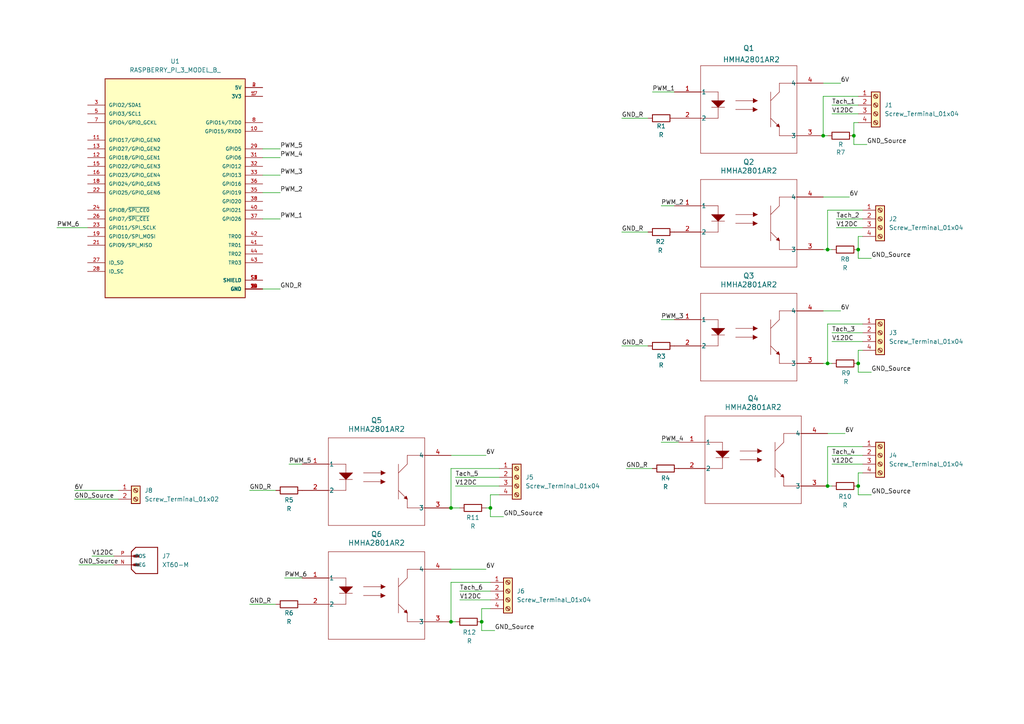
<source format=kicad_sch>
(kicad_sch
	(version 20231120)
	(generator "eeschema")
	(generator_version "8.0")
	(uuid "553034e6-2ad7-49bc-9c06-4ea0fc3669b2")
	(paper "A4")
	(title_block
		(title "JavaFan PCB Interface for Raspberry Pi 3B+")
		(date "2024-03-12")
		(rev "v0.1")
		(company "UPNA")
		(comment 1 "Dani Aláez")
		(comment 2 "Pendiente de revisión, para Ion")
	)
	(lib_symbols
		(symbol "2024-02-20_13-52-50:HMHA2801AR2"
			(pin_names
				(offset 0.254)
			)
			(exclude_from_sim no)
			(in_bom yes)
			(on_board yes)
			(property "Reference" "Q"
				(at 22.86 17.78 0)
				(effects
					(font
						(size 1.524 1.524)
					)
				)
			)
			(property "Value" "HMHA2801AR2"
				(at 22.86 17.78 0)
				(effects
					(font
						(size 1.524 1.524)
					)
				)
			)
			(property "Footprint" "MFP4_100AL_OSI"
				(at 0 0 0)
				(effects
					(font
						(size 1.27 1.27)
						(italic yes)
					)
					(hide yes)
				)
			)
			(property "Datasheet" "HMHA2801AR2"
				(at 0 0 0)
				(effects
					(font
						(size 1.27 1.27)
						(italic yes)
					)
					(hide yes)
				)
			)
			(property "Description" ""
				(at 0 0 0)
				(effects
					(font
						(size 1.27 1.27)
					)
					(hide yes)
				)
			)
			(property "ki_locked" ""
				(at 0 0 0)
				(effects
					(font
						(size 1.27 1.27)
					)
				)
			)
			(property "ki_keywords" "HMHA2801AR2"
				(at 0 0 0)
				(effects
					(font
						(size 1.27 1.27)
					)
					(hide yes)
				)
			)
			(property "ki_fp_filters" "MFP4_100AL_OSI MFP4_100AL_OSI-M MFP4_100AL_OSI-L"
				(at 0 0 0)
				(effects
					(font
						(size 1.27 1.27)
					)
					(hide yes)
				)
			)
			(symbol "HMHA2801AR2_0_1"
				(polyline
					(pts
						(xy 7.62 -17.78) (xy 35.56 -17.78)
					)
					(stroke
						(width 0.127)
						(type default)
					)
					(fill
						(type none)
					)
				)
				(polyline
					(pts
						(xy 7.62 7.62) (xy 7.62 -17.78)
					)
					(stroke
						(width 0.127)
						(type default)
					)
					(fill
						(type none)
					)
				)
				(polyline
					(pts
						(xy 10.795 -4.445) (xy 14.605 -4.445)
					)
					(stroke
						(width 0.127)
						(type default)
					)
					(fill
						(type none)
					)
				)
				(polyline
					(pts
						(xy 12.7 -7.62) (xy 7.62 -7.62)
					)
					(stroke
						(width 0.127)
						(type default)
					)
					(fill
						(type none)
					)
				)
				(polyline
					(pts
						(xy 12.7 0) (xy 7.62 0)
					)
					(stroke
						(width 0.127)
						(type default)
					)
					(fill
						(type none)
					)
				)
				(polyline
					(pts
						(xy 12.7 0) (xy 12.7 -7.62)
					)
					(stroke
						(width 0.127)
						(type default)
					)
					(fill
						(type none)
					)
				)
				(polyline
					(pts
						(xy 17.78 -5.08) (xy 22.86 -5.08)
					)
					(stroke
						(width 0.127)
						(type default)
					)
					(fill
						(type none)
					)
				)
				(polyline
					(pts
						(xy 17.78 -2.54) (xy 22.86 -2.54)
					)
					(stroke
						(width 0.127)
						(type default)
					)
					(fill
						(type none)
					)
				)
				(polyline
					(pts
						(xy 27.94 -10.16) (xy 27.94 0)
					)
					(stroke
						(width 0.127)
						(type default)
					)
					(fill
						(type none)
					)
				)
				(polyline
					(pts
						(xy 27.94 -7.62) (xy 30.48 -10.16)
					)
					(stroke
						(width 0.127)
						(type default)
					)
					(fill
						(type none)
					)
				)
				(polyline
					(pts
						(xy 30.48 -10.16) (xy 30.48 -12.7)
					)
					(stroke
						(width 0.127)
						(type default)
					)
					(fill
						(type none)
					)
				)
				(polyline
					(pts
						(xy 30.48 0) (xy 27.94 -2.54)
					)
					(stroke
						(width 0.127)
						(type default)
					)
					(fill
						(type none)
					)
				)
				(polyline
					(pts
						(xy 30.48 0) (xy 30.48 2.54)
					)
					(stroke
						(width 0.127)
						(type default)
					)
					(fill
						(type none)
					)
				)
				(polyline
					(pts
						(xy 30.48 2.54) (xy 35.56 2.54)
					)
					(stroke
						(width 0.127)
						(type default)
					)
					(fill
						(type none)
					)
				)
				(polyline
					(pts
						(xy 35.56 -17.78) (xy 35.56 7.62)
					)
					(stroke
						(width 0.127)
						(type default)
					)
					(fill
						(type none)
					)
				)
				(polyline
					(pts
						(xy 35.56 -12.7) (xy 30.48 -12.7)
					)
					(stroke
						(width 0.127)
						(type default)
					)
					(fill
						(type none)
					)
				)
				(polyline
					(pts
						(xy 35.56 7.62) (xy 7.62 7.62)
					)
					(stroke
						(width 0.127)
						(type default)
					)
					(fill
						(type none)
					)
				)
				(polyline
					(pts
						(xy 24.1101 -5.0826) (xy 22.8401 -5.7176) (xy 22.8401 -4.4476)
					)
					(stroke
						(width 0)
						(type default)
					)
					(fill
						(type outline)
					)
				)
				(polyline
					(pts
						(xy 24.1499 -2.4986) (xy 22.8799 -3.1336) (xy 22.8799 -1.8636)
					)
					(stroke
						(width 0)
						(type default)
					)
					(fill
						(type outline)
					)
				)
				(polyline
					(pts
						(xy 14.605 -2.54) (xy 10.795 -2.54) (xy 12.7 -4.445) (xy 14.605 -2.54)
					)
					(stroke
						(width 0)
						(type default)
					)
					(fill
						(type outline)
					)
				)
				(polyline
					(pts
						(xy 30.4417 -10.1527) (xy 29.575 -9.8769) (xy 30.214 -9.2653) (xy 30.5314 -10.1592)
					)
					(stroke
						(width 0)
						(type default)
					)
					(fill
						(type outline)
					)
				)
				(pin unspecified line
					(at 0 0 0)
					(length 7.62)
					(name "1"
						(effects
							(font
								(size 1.27 1.27)
							)
						)
					)
					(number "1"
						(effects
							(font
								(size 1.27 1.27)
							)
						)
					)
				)
				(pin unspecified line
					(at 0 -7.62 0)
					(length 7.62)
					(name "2"
						(effects
							(font
								(size 1.27 1.27)
							)
						)
					)
					(number "2"
						(effects
							(font
								(size 1.27 1.27)
							)
						)
					)
				)
				(pin unspecified line
					(at 43.18 -12.7 180)
					(length 7.62)
					(name "3"
						(effects
							(font
								(size 1.27 1.27)
							)
						)
					)
					(number "3"
						(effects
							(font
								(size 1.27 1.27)
							)
						)
					)
				)
				(pin unspecified line
					(at 43.18 2.54 180)
					(length 7.62)
					(name "4"
						(effects
							(font
								(size 1.27 1.27)
							)
						)
					)
					(number "4"
						(effects
							(font
								(size 1.27 1.27)
							)
						)
					)
				)
			)
		)
		(symbol "Connector:Screw_Terminal_01x02"
			(pin_names
				(offset 1.016) hide)
			(exclude_from_sim no)
			(in_bom yes)
			(on_board yes)
			(property "Reference" "J"
				(at 0 2.54 0)
				(effects
					(font
						(size 1.27 1.27)
					)
				)
			)
			(property "Value" "Screw_Terminal_01x02"
				(at 0 -5.08 0)
				(effects
					(font
						(size 1.27 1.27)
					)
				)
			)
			(property "Footprint" ""
				(at 0 0 0)
				(effects
					(font
						(size 1.27 1.27)
					)
					(hide yes)
				)
			)
			(property "Datasheet" "~"
				(at 0 0 0)
				(effects
					(font
						(size 1.27 1.27)
					)
					(hide yes)
				)
			)
			(property "Description" "Generic screw terminal, single row, 01x02, script generated (kicad-library-utils/schlib/autogen/connector/)"
				(at 0 0 0)
				(effects
					(font
						(size 1.27 1.27)
					)
					(hide yes)
				)
			)
			(property "ki_keywords" "screw terminal"
				(at 0 0 0)
				(effects
					(font
						(size 1.27 1.27)
					)
					(hide yes)
				)
			)
			(property "ki_fp_filters" "TerminalBlock*:*"
				(at 0 0 0)
				(effects
					(font
						(size 1.27 1.27)
					)
					(hide yes)
				)
			)
			(symbol "Screw_Terminal_01x02_1_1"
				(rectangle
					(start -1.27 1.27)
					(end 1.27 -3.81)
					(stroke
						(width 0.254)
						(type default)
					)
					(fill
						(type background)
					)
				)
				(circle
					(center 0 -2.54)
					(radius 0.635)
					(stroke
						(width 0.1524)
						(type default)
					)
					(fill
						(type none)
					)
				)
				(polyline
					(pts
						(xy -0.5334 -2.2098) (xy 0.3302 -3.048)
					)
					(stroke
						(width 0.1524)
						(type default)
					)
					(fill
						(type none)
					)
				)
				(polyline
					(pts
						(xy -0.5334 0.3302) (xy 0.3302 -0.508)
					)
					(stroke
						(width 0.1524)
						(type default)
					)
					(fill
						(type none)
					)
				)
				(polyline
					(pts
						(xy -0.3556 -2.032) (xy 0.508 -2.8702)
					)
					(stroke
						(width 0.1524)
						(type default)
					)
					(fill
						(type none)
					)
				)
				(polyline
					(pts
						(xy -0.3556 0.508) (xy 0.508 -0.3302)
					)
					(stroke
						(width 0.1524)
						(type default)
					)
					(fill
						(type none)
					)
				)
				(circle
					(center 0 0)
					(radius 0.635)
					(stroke
						(width 0.1524)
						(type default)
					)
					(fill
						(type none)
					)
				)
				(pin passive line
					(at -5.08 0 0)
					(length 3.81)
					(name "Pin_1"
						(effects
							(font
								(size 1.27 1.27)
							)
						)
					)
					(number "1"
						(effects
							(font
								(size 1.27 1.27)
							)
						)
					)
				)
				(pin passive line
					(at -5.08 -2.54 0)
					(length 3.81)
					(name "Pin_2"
						(effects
							(font
								(size 1.27 1.27)
							)
						)
					)
					(number "2"
						(effects
							(font
								(size 1.27 1.27)
							)
						)
					)
				)
			)
		)
		(symbol "Connector:Screw_Terminal_01x04"
			(pin_names
				(offset 1.016) hide)
			(exclude_from_sim no)
			(in_bom yes)
			(on_board yes)
			(property "Reference" "J"
				(at 0 5.08 0)
				(effects
					(font
						(size 1.27 1.27)
					)
				)
			)
			(property "Value" "Screw_Terminal_01x04"
				(at 0 -7.62 0)
				(effects
					(font
						(size 1.27 1.27)
					)
				)
			)
			(property "Footprint" ""
				(at 0 0 0)
				(effects
					(font
						(size 1.27 1.27)
					)
					(hide yes)
				)
			)
			(property "Datasheet" "~"
				(at 0 0 0)
				(effects
					(font
						(size 1.27 1.27)
					)
					(hide yes)
				)
			)
			(property "Description" "Generic screw terminal, single row, 01x04, script generated (kicad-library-utils/schlib/autogen/connector/)"
				(at 0 0 0)
				(effects
					(font
						(size 1.27 1.27)
					)
					(hide yes)
				)
			)
			(property "ki_keywords" "screw terminal"
				(at 0 0 0)
				(effects
					(font
						(size 1.27 1.27)
					)
					(hide yes)
				)
			)
			(property "ki_fp_filters" "TerminalBlock*:*"
				(at 0 0 0)
				(effects
					(font
						(size 1.27 1.27)
					)
					(hide yes)
				)
			)
			(symbol "Screw_Terminal_01x04_1_1"
				(rectangle
					(start -1.27 3.81)
					(end 1.27 -6.35)
					(stroke
						(width 0.254)
						(type default)
					)
					(fill
						(type background)
					)
				)
				(circle
					(center 0 -5.08)
					(radius 0.635)
					(stroke
						(width 0.1524)
						(type default)
					)
					(fill
						(type none)
					)
				)
				(circle
					(center 0 -2.54)
					(radius 0.635)
					(stroke
						(width 0.1524)
						(type default)
					)
					(fill
						(type none)
					)
				)
				(polyline
					(pts
						(xy -0.5334 -4.7498) (xy 0.3302 -5.588)
					)
					(stroke
						(width 0.1524)
						(type default)
					)
					(fill
						(type none)
					)
				)
				(polyline
					(pts
						(xy -0.5334 -2.2098) (xy 0.3302 -3.048)
					)
					(stroke
						(width 0.1524)
						(type default)
					)
					(fill
						(type none)
					)
				)
				(polyline
					(pts
						(xy -0.5334 0.3302) (xy 0.3302 -0.508)
					)
					(stroke
						(width 0.1524)
						(type default)
					)
					(fill
						(type none)
					)
				)
				(polyline
					(pts
						(xy -0.5334 2.8702) (xy 0.3302 2.032)
					)
					(stroke
						(width 0.1524)
						(type default)
					)
					(fill
						(type none)
					)
				)
				(polyline
					(pts
						(xy -0.3556 -4.572) (xy 0.508 -5.4102)
					)
					(stroke
						(width 0.1524)
						(type default)
					)
					(fill
						(type none)
					)
				)
				(polyline
					(pts
						(xy -0.3556 -2.032) (xy 0.508 -2.8702)
					)
					(stroke
						(width 0.1524)
						(type default)
					)
					(fill
						(type none)
					)
				)
				(polyline
					(pts
						(xy -0.3556 0.508) (xy 0.508 -0.3302)
					)
					(stroke
						(width 0.1524)
						(type default)
					)
					(fill
						(type none)
					)
				)
				(polyline
					(pts
						(xy -0.3556 3.048) (xy 0.508 2.2098)
					)
					(stroke
						(width 0.1524)
						(type default)
					)
					(fill
						(type none)
					)
				)
				(circle
					(center 0 0)
					(radius 0.635)
					(stroke
						(width 0.1524)
						(type default)
					)
					(fill
						(type none)
					)
				)
				(circle
					(center 0 2.54)
					(radius 0.635)
					(stroke
						(width 0.1524)
						(type default)
					)
					(fill
						(type none)
					)
				)
				(pin passive line
					(at -5.08 2.54 0)
					(length 3.81)
					(name "Pin_1"
						(effects
							(font
								(size 1.27 1.27)
							)
						)
					)
					(number "1"
						(effects
							(font
								(size 1.27 1.27)
							)
						)
					)
				)
				(pin passive line
					(at -5.08 0 0)
					(length 3.81)
					(name "Pin_2"
						(effects
							(font
								(size 1.27 1.27)
							)
						)
					)
					(number "2"
						(effects
							(font
								(size 1.27 1.27)
							)
						)
					)
				)
				(pin passive line
					(at -5.08 -2.54 0)
					(length 3.81)
					(name "Pin_3"
						(effects
							(font
								(size 1.27 1.27)
							)
						)
					)
					(number "3"
						(effects
							(font
								(size 1.27 1.27)
							)
						)
					)
				)
				(pin passive line
					(at -5.08 -5.08 0)
					(length 3.81)
					(name "Pin_4"
						(effects
							(font
								(size 1.27 1.27)
							)
						)
					)
					(number "4"
						(effects
							(font
								(size 1.27 1.27)
							)
						)
					)
				)
			)
		)
		(symbol "Device:R"
			(pin_numbers hide)
			(pin_names
				(offset 0)
			)
			(exclude_from_sim no)
			(in_bom yes)
			(on_board yes)
			(property "Reference" "R"
				(at 2.032 0 90)
				(effects
					(font
						(size 1.27 1.27)
					)
				)
			)
			(property "Value" "R"
				(at 0 0 90)
				(effects
					(font
						(size 1.27 1.27)
					)
				)
			)
			(property "Footprint" ""
				(at -1.778 0 90)
				(effects
					(font
						(size 1.27 1.27)
					)
					(hide yes)
				)
			)
			(property "Datasheet" "~"
				(at 0 0 0)
				(effects
					(font
						(size 1.27 1.27)
					)
					(hide yes)
				)
			)
			(property "Description" "Resistor"
				(at 0 0 0)
				(effects
					(font
						(size 1.27 1.27)
					)
					(hide yes)
				)
			)
			(property "ki_keywords" "R res resistor"
				(at 0 0 0)
				(effects
					(font
						(size 1.27 1.27)
					)
					(hide yes)
				)
			)
			(property "ki_fp_filters" "R_*"
				(at 0 0 0)
				(effects
					(font
						(size 1.27 1.27)
					)
					(hide yes)
				)
			)
			(symbol "R_0_1"
				(rectangle
					(start -1.016 -2.54)
					(end 1.016 2.54)
					(stroke
						(width 0.254)
						(type default)
					)
					(fill
						(type none)
					)
				)
			)
			(symbol "R_1_1"
				(pin passive line
					(at 0 3.81 270)
					(length 1.27)
					(name "~"
						(effects
							(font
								(size 1.27 1.27)
							)
						)
					)
					(number "1"
						(effects
							(font
								(size 1.27 1.27)
							)
						)
					)
				)
				(pin passive line
					(at 0 -3.81 90)
					(length 1.27)
					(name "~"
						(effects
							(font
								(size 1.27 1.27)
							)
						)
					)
					(number "2"
						(effects
							(font
								(size 1.27 1.27)
							)
						)
					)
				)
			)
		)
		(symbol "RASPBERRY_PI_3_MODEL_B_:RASPBERRY_PI_3_MODEL_B_"
			(pin_names
				(offset 1.016)
			)
			(exclude_from_sim no)
			(in_bom yes)
			(on_board yes)
			(property "Reference" "U"
				(at -20.32 33.528 0)
				(effects
					(font
						(size 1.27 1.27)
					)
					(justify left bottom)
				)
			)
			(property "Value" "RASPBERRY_PI_3_MODEL_B_"
				(at -20.32 -33.02 0)
				(effects
					(font
						(size 1.27 1.27)
					)
					(justify left bottom)
				)
			)
			(property "Footprint" "RASPBERRY_PI_3_MODEL_B_:MODULE_RASPBERRY_PI_3_MODEL_B_"
				(at 0 0 0)
				(effects
					(font
						(size 1.27 1.27)
					)
					(justify bottom)
					(hide yes)
				)
			)
			(property "Datasheet" ""
				(at 0 0 0)
				(effects
					(font
						(size 1.27 1.27)
					)
					(hide yes)
				)
			)
			(property "Description" ""
				(at 0 0 0)
				(effects
					(font
						(size 1.27 1.27)
					)
					(hide yes)
				)
			)
			(property "MF" "Raspberry Pi"
				(at 0 0 0)
				(effects
					(font
						(size 1.27 1.27)
					)
					(justify bottom)
					(hide yes)
				)
			)
			(property "MAXIMUM_PACKAGE_HEIGHT" "16 mm"
				(at 0 0 0)
				(effects
					(font
						(size 1.27 1.27)
					)
					(justify bottom)
					(hide yes)
				)
			)
			(property "Package" "Raspberry Pi"
				(at 0 0 0)
				(effects
					(font
						(size 1.27 1.27)
					)
					(justify bottom)
					(hide yes)
				)
			)
			(property "Price" "None"
				(at 0 0 0)
				(effects
					(font
						(size 1.27 1.27)
					)
					(justify bottom)
					(hide yes)
				)
			)
			(property "Check_prices" "https://www.snapeda.com/parts/RASPBERRY%20PI%203%20MODEL%20B+/Raspberry+Pi/view-part/?ref=eda"
				(at 0 0 0)
				(effects
					(font
						(size 1.27 1.27)
					)
					(justify bottom)
					(hide yes)
				)
			)
			(property "STANDARD" "Manufacturer Recommendations"
				(at 0 0 0)
				(effects
					(font
						(size 1.27 1.27)
					)
					(justify bottom)
					(hide yes)
				)
			)
			(property "PARTREV" "N/A"
				(at 0 0 0)
				(effects
					(font
						(size 1.27 1.27)
					)
					(justify bottom)
					(hide yes)
				)
			)
			(property "SnapEDA_Link" "https://www.snapeda.com/parts/RASPBERRY%20PI%203%20MODEL%20B+/Raspberry+Pi/view-part/?ref=snap"
				(at 0 0 0)
				(effects
					(font
						(size 1.27 1.27)
					)
					(justify bottom)
					(hide yes)
				)
			)
			(property "MP" "RASPBERRY PI 3 MODEL B+"
				(at 0 0 0)
				(effects
					(font
						(size 1.27 1.27)
					)
					(justify bottom)
					(hide yes)
				)
			)
			(property "Description_1" "\nSingle Board Computer, Model B+ 1GB RAM,Raspberry Pi 3 Series | Raspberry Pi RASPBERRY PI 3 MODEL B+\n"
				(at 0 0 0)
				(effects
					(font
						(size 1.27 1.27)
					)
					(justify bottom)
					(hide yes)
				)
			)
			(property "SNAPEDA_PN" "RASPBERRY PI 3 MODEL B+"
				(at 0 0 0)
				(effects
					(font
						(size 1.27 1.27)
					)
					(justify bottom)
					(hide yes)
				)
			)
			(property "Availability" "Not in stock"
				(at 0 0 0)
				(effects
					(font
						(size 1.27 1.27)
					)
					(justify bottom)
					(hide yes)
				)
			)
			(property "MANUFACTURER" "Raspberry Pi"
				(at 0 0 0)
				(effects
					(font
						(size 1.27 1.27)
					)
					(justify bottom)
					(hide yes)
				)
			)
			(symbol "RASPBERRY_PI_3_MODEL_B__0_0"
				(rectangle
					(start -20.32 -30.48)
					(end 20.32 33.02)
					(stroke
						(width 0.254)
						(type default)
					)
					(fill
						(type background)
					)
				)
				(pin power_in line
					(at 25.4 27.94 180)
					(length 5.08)
					(name "3V3"
						(effects
							(font
								(size 1.016 1.016)
							)
						)
					)
					(number "1"
						(effects
							(font
								(size 1.016 1.016)
							)
						)
					)
				)
				(pin bidirectional line
					(at 25.4 17.78 180)
					(length 5.08)
					(name "GPIO15/RXD0"
						(effects
							(font
								(size 1.016 1.016)
							)
						)
					)
					(number "10"
						(effects
							(font
								(size 1.016 1.016)
							)
						)
					)
				)
				(pin bidirectional line
					(at -25.4 15.24 0)
					(length 5.08)
					(name "GPIO17/GPIO_GEN0"
						(effects
							(font
								(size 1.016 1.016)
							)
						)
					)
					(number "11"
						(effects
							(font
								(size 1.016 1.016)
							)
						)
					)
				)
				(pin bidirectional line
					(at -25.4 10.16 0)
					(length 5.08)
					(name "GPIO18/GPIO_GEN1"
						(effects
							(font
								(size 1.016 1.016)
							)
						)
					)
					(number "12"
						(effects
							(font
								(size 1.016 1.016)
							)
						)
					)
				)
				(pin bidirectional line
					(at -25.4 12.7 0)
					(length 5.08)
					(name "GPIO27/GPIO_GEN2"
						(effects
							(font
								(size 1.016 1.016)
							)
						)
					)
					(number "13"
						(effects
							(font
								(size 1.016 1.016)
							)
						)
					)
				)
				(pin power_in line
					(at 25.4 -27.94 180)
					(length 5.08)
					(name "GND"
						(effects
							(font
								(size 1.016 1.016)
							)
						)
					)
					(number "14"
						(effects
							(font
								(size 1.016 1.016)
							)
						)
					)
				)
				(pin bidirectional line
					(at -25.4 7.62 0)
					(length 5.08)
					(name "GPIO22/GPIO_GEN3"
						(effects
							(font
								(size 1.016 1.016)
							)
						)
					)
					(number "15"
						(effects
							(font
								(size 1.016 1.016)
							)
						)
					)
				)
				(pin bidirectional line
					(at -25.4 5.08 0)
					(length 5.08)
					(name "GPIO23/GPIO_GEN4"
						(effects
							(font
								(size 1.016 1.016)
							)
						)
					)
					(number "16"
						(effects
							(font
								(size 1.016 1.016)
							)
						)
					)
				)
				(pin power_in line
					(at 25.4 27.94 180)
					(length 5.08)
					(name "3V3"
						(effects
							(font
								(size 1.016 1.016)
							)
						)
					)
					(number "17"
						(effects
							(font
								(size 1.016 1.016)
							)
						)
					)
				)
				(pin bidirectional line
					(at -25.4 2.54 0)
					(length 5.08)
					(name "GPIO24/GPIO_GEN5"
						(effects
							(font
								(size 1.016 1.016)
							)
						)
					)
					(number "18"
						(effects
							(font
								(size 1.016 1.016)
							)
						)
					)
				)
				(pin bidirectional line
					(at -25.4 -12.7 0)
					(length 5.08)
					(name "GPIO10/SPI_MOSI"
						(effects
							(font
								(size 1.016 1.016)
							)
						)
					)
					(number "19"
						(effects
							(font
								(size 1.016 1.016)
							)
						)
					)
				)
				(pin power_in line
					(at 25.4 30.48 180)
					(length 5.08)
					(name "5V"
						(effects
							(font
								(size 1.016 1.016)
							)
						)
					)
					(number "2"
						(effects
							(font
								(size 1.016 1.016)
							)
						)
					)
				)
				(pin power_in line
					(at 25.4 -27.94 180)
					(length 5.08)
					(name "GND"
						(effects
							(font
								(size 1.016 1.016)
							)
						)
					)
					(number "20"
						(effects
							(font
								(size 1.016 1.016)
							)
						)
					)
				)
				(pin bidirectional line
					(at -25.4 -15.24 0)
					(length 5.08)
					(name "GPIO9/SPI_MISO"
						(effects
							(font
								(size 1.016 1.016)
							)
						)
					)
					(number "21"
						(effects
							(font
								(size 1.016 1.016)
							)
						)
					)
				)
				(pin bidirectional line
					(at -25.4 0 0)
					(length 5.08)
					(name "GPIO25/GPIO_GEN6"
						(effects
							(font
								(size 1.016 1.016)
							)
						)
					)
					(number "22"
						(effects
							(font
								(size 1.016 1.016)
							)
						)
					)
				)
				(pin bidirectional line
					(at -25.4 -10.16 0)
					(length 5.08)
					(name "GPIO11/SPI_SCLK"
						(effects
							(font
								(size 1.016 1.016)
							)
						)
					)
					(number "23"
						(effects
							(font
								(size 1.016 1.016)
							)
						)
					)
				)
				(pin bidirectional line
					(at -25.4 -5.08 0)
					(length 5.08)
					(name "GPIO8/~{SPI_CE0}"
						(effects
							(font
								(size 1.016 1.016)
							)
						)
					)
					(number "24"
						(effects
							(font
								(size 1.016 1.016)
							)
						)
					)
				)
				(pin power_in line
					(at 25.4 -27.94 180)
					(length 5.08)
					(name "GND"
						(effects
							(font
								(size 1.016 1.016)
							)
						)
					)
					(number "25"
						(effects
							(font
								(size 1.016 1.016)
							)
						)
					)
				)
				(pin bidirectional line
					(at -25.4 -7.62 0)
					(length 5.08)
					(name "GPIO7/~{SPI_CE1}"
						(effects
							(font
								(size 1.016 1.016)
							)
						)
					)
					(number "26"
						(effects
							(font
								(size 1.016 1.016)
							)
						)
					)
				)
				(pin bidirectional line
					(at -25.4 -20.32 0)
					(length 5.08)
					(name "ID_SD"
						(effects
							(font
								(size 1.016 1.016)
							)
						)
					)
					(number "27"
						(effects
							(font
								(size 1.016 1.016)
							)
						)
					)
				)
				(pin bidirectional line
					(at -25.4 -22.86 0)
					(length 5.08)
					(name "ID_SC"
						(effects
							(font
								(size 1.016 1.016)
							)
						)
					)
					(number "28"
						(effects
							(font
								(size 1.016 1.016)
							)
						)
					)
				)
				(pin bidirectional line
					(at 25.4 12.7 180)
					(length 5.08)
					(name "GPIO5"
						(effects
							(font
								(size 1.016 1.016)
							)
						)
					)
					(number "29"
						(effects
							(font
								(size 1.016 1.016)
							)
						)
					)
				)
				(pin bidirectional line
					(at -25.4 25.4 0)
					(length 5.08)
					(name "GPIO2/SDA1"
						(effects
							(font
								(size 1.016 1.016)
							)
						)
					)
					(number "3"
						(effects
							(font
								(size 1.016 1.016)
							)
						)
					)
				)
				(pin power_in line
					(at 25.4 -27.94 180)
					(length 5.08)
					(name "GND"
						(effects
							(font
								(size 1.016 1.016)
							)
						)
					)
					(number "30"
						(effects
							(font
								(size 1.016 1.016)
							)
						)
					)
				)
				(pin bidirectional line
					(at 25.4 10.16 180)
					(length 5.08)
					(name "GPIO6"
						(effects
							(font
								(size 1.016 1.016)
							)
						)
					)
					(number "31"
						(effects
							(font
								(size 1.016 1.016)
							)
						)
					)
				)
				(pin bidirectional line
					(at 25.4 7.62 180)
					(length 5.08)
					(name "GPIO12"
						(effects
							(font
								(size 1.016 1.016)
							)
						)
					)
					(number "32"
						(effects
							(font
								(size 1.016 1.016)
							)
						)
					)
				)
				(pin bidirectional line
					(at 25.4 5.08 180)
					(length 5.08)
					(name "GPIO13"
						(effects
							(font
								(size 1.016 1.016)
							)
						)
					)
					(number "33"
						(effects
							(font
								(size 1.016 1.016)
							)
						)
					)
				)
				(pin power_in line
					(at 25.4 -27.94 180)
					(length 5.08)
					(name "GND"
						(effects
							(font
								(size 1.016 1.016)
							)
						)
					)
					(number "34"
						(effects
							(font
								(size 1.016 1.016)
							)
						)
					)
				)
				(pin bidirectional line
					(at 25.4 0 180)
					(length 5.08)
					(name "GPIO19"
						(effects
							(font
								(size 1.016 1.016)
							)
						)
					)
					(number "35"
						(effects
							(font
								(size 1.016 1.016)
							)
						)
					)
				)
				(pin bidirectional line
					(at 25.4 2.54 180)
					(length 5.08)
					(name "GPIO16"
						(effects
							(font
								(size 1.016 1.016)
							)
						)
					)
					(number "36"
						(effects
							(font
								(size 1.016 1.016)
							)
						)
					)
				)
				(pin bidirectional line
					(at 25.4 -7.62 180)
					(length 5.08)
					(name "GPIO26"
						(effects
							(font
								(size 1.016 1.016)
							)
						)
					)
					(number "37"
						(effects
							(font
								(size 1.016 1.016)
							)
						)
					)
				)
				(pin bidirectional line
					(at 25.4 -2.54 180)
					(length 5.08)
					(name "GPIO20"
						(effects
							(font
								(size 1.016 1.016)
							)
						)
					)
					(number "38"
						(effects
							(font
								(size 1.016 1.016)
							)
						)
					)
				)
				(pin power_in line
					(at 25.4 -27.94 180)
					(length 5.08)
					(name "GND"
						(effects
							(font
								(size 1.016 1.016)
							)
						)
					)
					(number "39"
						(effects
							(font
								(size 1.016 1.016)
							)
						)
					)
				)
				(pin power_in line
					(at 25.4 30.48 180)
					(length 5.08)
					(name "5V"
						(effects
							(font
								(size 1.016 1.016)
							)
						)
					)
					(number "4"
						(effects
							(font
								(size 1.016 1.016)
							)
						)
					)
				)
				(pin bidirectional line
					(at 25.4 -5.08 180)
					(length 5.08)
					(name "GPIO21"
						(effects
							(font
								(size 1.016 1.016)
							)
						)
					)
					(number "40"
						(effects
							(font
								(size 1.016 1.016)
							)
						)
					)
				)
				(pin bidirectional line
					(at 25.4 -15.24 180)
					(length 5.08)
					(name "TR01"
						(effects
							(font
								(size 1.016 1.016)
							)
						)
					)
					(number "41"
						(effects
							(font
								(size 1.016 1.016)
							)
						)
					)
				)
				(pin bidirectional line
					(at 25.4 -12.7 180)
					(length 5.08)
					(name "TR00"
						(effects
							(font
								(size 1.016 1.016)
							)
						)
					)
					(number "42"
						(effects
							(font
								(size 1.016 1.016)
							)
						)
					)
				)
				(pin bidirectional line
					(at 25.4 -20.32 180)
					(length 5.08)
					(name "TR03"
						(effects
							(font
								(size 1.016 1.016)
							)
						)
					)
					(number "43"
						(effects
							(font
								(size 1.016 1.016)
							)
						)
					)
				)
				(pin bidirectional line
					(at 25.4 -17.78 180)
					(length 5.08)
					(name "TR02"
						(effects
							(font
								(size 1.016 1.016)
							)
						)
					)
					(number "44"
						(effects
							(font
								(size 1.016 1.016)
							)
						)
					)
				)
				(pin bidirectional line
					(at -25.4 22.86 0)
					(length 5.08)
					(name "GPIO3/SCL1"
						(effects
							(font
								(size 1.016 1.016)
							)
						)
					)
					(number "5"
						(effects
							(font
								(size 1.016 1.016)
							)
						)
					)
				)
				(pin power_in line
					(at 25.4 -27.94 180)
					(length 5.08)
					(name "GND"
						(effects
							(font
								(size 1.016 1.016)
							)
						)
					)
					(number "6"
						(effects
							(font
								(size 1.016 1.016)
							)
						)
					)
				)
				(pin bidirectional line
					(at -25.4 20.32 0)
					(length 5.08)
					(name "GPIO4/GPIO_GCKL"
						(effects
							(font
								(size 1.016 1.016)
							)
						)
					)
					(number "7"
						(effects
							(font
								(size 1.016 1.016)
							)
						)
					)
				)
				(pin bidirectional line
					(at 25.4 20.32 180)
					(length 5.08)
					(name "GPIO14/TXD0"
						(effects
							(font
								(size 1.016 1.016)
							)
						)
					)
					(number "8"
						(effects
							(font
								(size 1.016 1.016)
							)
						)
					)
				)
				(pin power_in line
					(at 25.4 -27.94 180)
					(length 5.08)
					(name "GND"
						(effects
							(font
								(size 1.016 1.016)
							)
						)
					)
					(number "9"
						(effects
							(font
								(size 1.016 1.016)
							)
						)
					)
				)
				(pin power_in line
					(at 25.4 -25.4 180)
					(length 5.08)
					(name "SHIELD"
						(effects
							(font
								(size 1.016 1.016)
							)
						)
					)
					(number "S1"
						(effects
							(font
								(size 1.016 1.016)
							)
						)
					)
				)
				(pin power_in line
					(at 25.4 -25.4 180)
					(length 5.08)
					(name "SHIELD"
						(effects
							(font
								(size 1.016 1.016)
							)
						)
					)
					(number "S2"
						(effects
							(font
								(size 1.016 1.016)
							)
						)
					)
				)
				(pin power_in line
					(at 25.4 -25.4 180)
					(length 5.08)
					(name "SHIELD"
						(effects
							(font
								(size 1.016 1.016)
							)
						)
					)
					(number "S3"
						(effects
							(font
								(size 1.016 1.016)
							)
						)
					)
				)
				(pin power_in line
					(at 25.4 -25.4 180)
					(length 5.08)
					(name "SHIELD"
						(effects
							(font
								(size 1.016 1.016)
							)
						)
					)
					(number "S4"
						(effects
							(font
								(size 1.016 1.016)
							)
						)
					)
				)
			)
		)
		(symbol "XT60-M:XT60-M"
			(pin_names
				(offset 1.016)
			)
			(exclude_from_sim no)
			(in_bom yes)
			(on_board yes)
			(property "Reference" "J"
				(at 0 6.35 0)
				(effects
					(font
						(size 1.27 1.27)
					)
					(justify left bottom)
				)
			)
			(property "Value" "XT60-M"
				(at 0 -5.08 0)
				(effects
					(font
						(size 1.27 1.27)
					)
					(justify left bottom)
				)
			)
			(property "Footprint" "XT60-M:AMASS_XT60-M"
				(at 0 0 0)
				(effects
					(font
						(size 1.27 1.27)
					)
					(justify bottom)
					(hide yes)
				)
			)
			(property "Datasheet" ""
				(at 0 0 0)
				(effects
					(font
						(size 1.27 1.27)
					)
					(hide yes)
				)
			)
			(property "Description" ""
				(at 0 0 0)
				(effects
					(font
						(size 1.27 1.27)
					)
					(hide yes)
				)
			)
			(property "MF" "AMASS"
				(at 0 0 0)
				(effects
					(font
						(size 1.27 1.27)
					)
					(justify bottom)
					(hide yes)
				)
			)
			(property "MAXIMUM_PACKAGE_HEIGHT" "16.00 mm"
				(at 0 0 0)
				(effects
					(font
						(size 1.27 1.27)
					)
					(justify bottom)
					(hide yes)
				)
			)
			(property "Package" "Package"
				(at 0 0 0)
				(effects
					(font
						(size 1.27 1.27)
					)
					(justify bottom)
					(hide yes)
				)
			)
			(property "Price" "None"
				(at 0 0 0)
				(effects
					(font
						(size 1.27 1.27)
					)
					(justify bottom)
					(hide yes)
				)
			)
			(property "Check_prices" "https://www.snapeda.com/parts/XT60-M/AMASS/view-part/?ref=eda"
				(at 0 0 0)
				(effects
					(font
						(size 1.27 1.27)
					)
					(justify bottom)
					(hide yes)
				)
			)
			(property "STANDARD" "IPC 7351B"
				(at 0 0 0)
				(effects
					(font
						(size 1.27 1.27)
					)
					(justify bottom)
					(hide yes)
				)
			)
			(property "PARTREV" "V1.2"
				(at 0 0 0)
				(effects
					(font
						(size 1.27 1.27)
					)
					(justify bottom)
					(hide yes)
				)
			)
			(property "SnapEDA_Link" "https://www.snapeda.com/parts/XT60-M/AMASS/view-part/?ref=snap"
				(at 0 0 0)
				(effects
					(font
						(size 1.27 1.27)
					)
					(justify bottom)
					(hide yes)
				)
			)
			(property "MP" "XT60-M"
				(at 0 0 0)
				(effects
					(font
						(size 1.27 1.27)
					)
					(justify bottom)
					(hide yes)
				)
			)
			(property "Description_1" "\nPlug; DC supply; XT60; male; PIN: 2; for cable; soldered; 30A; 500V\n"
				(at 0 0 0)
				(effects
					(font
						(size 1.27 1.27)
					)
					(justify bottom)
					(hide yes)
				)
			)
			(property "Availability" "Not in stock"
				(at 0 0 0)
				(effects
					(font
						(size 1.27 1.27)
					)
					(justify bottom)
					(hide yes)
				)
			)
			(property "MANUFACTURER" "AMASS"
				(at 0 0 0)
				(effects
					(font
						(size 1.27 1.27)
					)
					(justify bottom)
					(hide yes)
				)
			)
			(symbol "XT60-M_0_0"
				(polyline
					(pts
						(xy 0 -1.27) (xy 1.27 -2.54)
					)
					(stroke
						(width 0.254)
						(type default)
					)
					(fill
						(type none)
					)
				)
				(polyline
					(pts
						(xy 0 0) (xy 1.905 0)
					)
					(stroke
						(width 0.254)
						(type default)
					)
					(fill
						(type none)
					)
				)
				(polyline
					(pts
						(xy 0 2.54) (xy 0 -1.27)
					)
					(stroke
						(width 0.254)
						(type default)
					)
					(fill
						(type none)
					)
				)
				(polyline
					(pts
						(xy 0 2.54) (xy 1.905 2.54)
					)
					(stroke
						(width 0.254)
						(type default)
					)
					(fill
						(type none)
					)
				)
				(polyline
					(pts
						(xy 0 3.81) (xy 0 2.54)
					)
					(stroke
						(width 0.254)
						(type default)
					)
					(fill
						(type none)
					)
				)
				(polyline
					(pts
						(xy 0 3.81) (xy 1.27 5.08)
					)
					(stroke
						(width 0.254)
						(type default)
					)
					(fill
						(type none)
					)
				)
				(polyline
					(pts
						(xy 1.27 -2.54) (xy 7.62 -2.54)
					)
					(stroke
						(width 0.254)
						(type default)
					)
					(fill
						(type none)
					)
				)
				(polyline
					(pts
						(xy 7.62 -2.54) (xy 7.62 5.08)
					)
					(stroke
						(width 0.254)
						(type default)
					)
					(fill
						(type none)
					)
				)
				(polyline
					(pts
						(xy 7.62 5.08) (xy 1.27 5.08)
					)
					(stroke
						(width 0.254)
						(type default)
					)
					(fill
						(type none)
					)
				)
				(rectangle
					(start 0.635 -0.3175)
					(end 2.2225 0.3175)
					(stroke
						(width 0.1)
						(type default)
					)
					(fill
						(type outline)
					)
				)
				(rectangle
					(start 0.635 2.2225)
					(end 2.2225 2.8575)
					(stroke
						(width 0.1)
						(type default)
					)
					(fill
						(type outline)
					)
				)
				(pin passive line
					(at -5.08 0 0)
					(length 5.08)
					(name "NEG"
						(effects
							(font
								(size 1.016 1.016)
							)
						)
					)
					(number "N"
						(effects
							(font
								(size 1.016 1.016)
							)
						)
					)
				)
				(pin passive line
					(at -5.08 2.54 0)
					(length 5.08)
					(name "POS"
						(effects
							(font
								(size 1.016 1.016)
							)
						)
					)
					(number "P"
						(effects
							(font
								(size 1.016 1.016)
							)
						)
					)
				)
			)
		)
	)
	(junction
		(at 240.03 105.41)
		(diameter 0)
		(color 0 0 0 0)
		(uuid "0e6d7451-a284-40c7-b04b-42372af3eafa")
	)
	(junction
		(at 247.65 39.37)
		(diameter 0)
		(color 0 0 0 0)
		(uuid "11df3e50-4ce8-4816-8fc1-a52dea8027c6")
	)
	(junction
		(at 142.24 147.32)
		(diameter 0)
		(color 0 0 0 0)
		(uuid "15b9be5f-9267-40a2-8b45-1f9e3a3f0dcb")
	)
	(junction
		(at 248.92 140.97)
		(diameter 0)
		(color 0 0 0 0)
		(uuid "1cd9c1f9-2dfb-4a3e-afcd-8d763c4eba88")
	)
	(junction
		(at 248.92 72.39)
		(diameter 0)
		(color 0 0 0 0)
		(uuid "5c15ec84-0747-4d68-84eb-04406993ac89")
	)
	(junction
		(at 130.81 147.32)
		(diameter 0)
		(color 0 0 0 0)
		(uuid "8ac9cc37-d099-4d4a-9bf4-a7dc5fc43659")
	)
	(junction
		(at 248.92 105.41)
		(diameter 0)
		(color 0 0 0 0)
		(uuid "8f82caa2-d8c6-4795-b31b-bf7d80f7b755")
	)
	(junction
		(at 238.76 39.37)
		(diameter 0)
		(color 0 0 0 0)
		(uuid "a3d05e38-ad0d-4b66-8db2-462795916698")
	)
	(junction
		(at 240.03 72.39)
		(diameter 0)
		(color 0 0 0 0)
		(uuid "ae485546-402e-4ebf-a00a-01a65b4d1743")
	)
	(junction
		(at 240.03 140.97)
		(diameter 0)
		(color 0 0 0 0)
		(uuid "db259b0a-b703-4c48-a9bc-1c306635daa5")
	)
	(junction
		(at 130.81 180.34)
		(diameter 0)
		(color 0 0 0 0)
		(uuid "eaa76b41-69a3-4d92-a01a-c84d9b7216ab")
	)
	(junction
		(at 139.7 180.34)
		(diameter 0)
		(color 0 0 0 0)
		(uuid "f3abc87f-890f-4324-9116-67499716d702")
	)
	(wire
		(pts
			(xy 132.08 140.97) (xy 144.78 140.97)
		)
		(stroke
			(width 0)
			(type default)
		)
		(uuid "00f43db8-2bb0-4379-9f9b-726e51da77da")
	)
	(wire
		(pts
			(xy 133.35 171.45) (xy 142.24 171.45)
		)
		(stroke
			(width 0)
			(type default)
		)
		(uuid "01f3af3c-b0a9-4a37-8ecc-4eb3961f5106")
	)
	(wire
		(pts
			(xy 250.19 129.54) (xy 240.03 129.54)
		)
		(stroke
			(width 0)
			(type default)
		)
		(uuid "0311d25f-0b56-48f8-b65f-73790c1411a6")
	)
	(wire
		(pts
			(xy 248.92 101.6) (xy 250.19 101.6)
		)
		(stroke
			(width 0)
			(type default)
		)
		(uuid "0595402c-3c7e-45f4-8f5b-8d900d69ea9a")
	)
	(wire
		(pts
			(xy 143.51 182.88) (xy 139.7 182.88)
		)
		(stroke
			(width 0)
			(type default)
		)
		(uuid "0f5425de-45ce-479b-bf57-07cce7bac397")
	)
	(wire
		(pts
			(xy 130.81 132.08) (xy 140.97 132.08)
		)
		(stroke
			(width 0)
			(type default)
		)
		(uuid "1476abb3-8831-431d-bcca-8382bfce7553")
	)
	(wire
		(pts
			(xy 76.2 55.88) (xy 81.28 55.88)
		)
		(stroke
			(width 0)
			(type default)
		)
		(uuid "163776c9-ea61-4d1d-b025-68ed0ffd0d57")
	)
	(wire
		(pts
			(xy 140.97 147.32) (xy 142.24 147.32)
		)
		(stroke
			(width 0)
			(type default)
		)
		(uuid "1b01b8ce-06e6-49f1-bd72-21a1f6c2f9e4")
	)
	(wire
		(pts
			(xy 238.76 24.13) (xy 243.84 24.13)
		)
		(stroke
			(width 0)
			(type default)
		)
		(uuid "1fbfe5ba-4a3b-46a8-9891-a609096f444f")
	)
	(wire
		(pts
			(xy 248.92 137.16) (xy 250.19 137.16)
		)
		(stroke
			(width 0)
			(type default)
		)
		(uuid "27972d29-23cc-47fa-81b1-2f80ab43246b")
	)
	(wire
		(pts
			(xy 142.24 147.32) (xy 142.24 143.51)
		)
		(stroke
			(width 0)
			(type default)
		)
		(uuid "2ae99f84-0b94-4cc7-9a8f-9b3afb3f1f80")
	)
	(wire
		(pts
			(xy 247.65 39.37) (xy 247.65 35.56)
		)
		(stroke
			(width 0)
			(type default)
		)
		(uuid "326f8e97-2424-4688-a84b-c0aaa77d6585")
	)
	(wire
		(pts
			(xy 241.3 99.06) (xy 250.19 99.06)
		)
		(stroke
			(width 0)
			(type default)
		)
		(uuid "3897352e-3941-4875-ad77-fd947f207b77")
	)
	(wire
		(pts
			(xy 76.2 43.18) (xy 81.28 43.18)
		)
		(stroke
			(width 0)
			(type default)
		)
		(uuid "38a2f768-a8be-42e8-b866-532e72c443db")
	)
	(wire
		(pts
			(xy 240.03 105.41) (xy 238.76 105.41)
		)
		(stroke
			(width 0)
			(type default)
		)
		(uuid "3a8c7f8b-174e-4f20-96ce-fd13e8516477")
	)
	(wire
		(pts
			(xy 247.65 35.56) (xy 248.92 35.56)
		)
		(stroke
			(width 0)
			(type default)
		)
		(uuid "3ba1e9c9-8be2-4c2a-80ab-7f29c4b2005e")
	)
	(wire
		(pts
			(xy 130.81 135.89) (xy 144.78 135.89)
		)
		(stroke
			(width 0)
			(type default)
		)
		(uuid "3df610e7-475a-4ba2-bf40-79c420538e37")
	)
	(wire
		(pts
			(xy 132.08 138.43) (xy 144.78 138.43)
		)
		(stroke
			(width 0)
			(type default)
		)
		(uuid "444426d4-302e-4543-944e-a394907e964c")
	)
	(wire
		(pts
			(xy 242.57 63.5) (xy 250.19 63.5)
		)
		(stroke
			(width 0)
			(type default)
		)
		(uuid "46edc015-7c9e-4db2-a8e2-92311801dd2e")
	)
	(wire
		(pts
			(xy 76.2 63.5) (xy 81.28 63.5)
		)
		(stroke
			(width 0)
			(type default)
		)
		(uuid "48638701-812f-4efd-a126-a11199a47c6b")
	)
	(wire
		(pts
			(xy 238.76 27.94) (xy 238.76 39.37)
		)
		(stroke
			(width 0)
			(type default)
		)
		(uuid "491501cb-cdc9-46e7-bde3-9bca644f60a8")
	)
	(wire
		(pts
			(xy 240.03 60.96) (xy 240.03 72.39)
		)
		(stroke
			(width 0)
			(type default)
		)
		(uuid "4a1d6b22-f35e-4679-a609-973ce8ed6c7e")
	)
	(wire
		(pts
			(xy 247.65 41.91) (xy 247.65 39.37)
		)
		(stroke
			(width 0)
			(type default)
		)
		(uuid "4acd48e7-ad51-493b-a5e9-bbaf2c0a9be2")
	)
	(wire
		(pts
			(xy 130.81 135.89) (xy 130.81 147.32)
		)
		(stroke
			(width 0)
			(type default)
		)
		(uuid "4be2971c-d32d-4337-a883-2940e1dd58a4")
	)
	(wire
		(pts
			(xy 76.2 45.72) (xy 81.28 45.72)
		)
		(stroke
			(width 0)
			(type default)
		)
		(uuid "50a83300-2469-4888-b628-aa6105ab0aa9")
	)
	(wire
		(pts
			(xy 26.67 161.29) (xy 33.02 161.29)
		)
		(stroke
			(width 0)
			(type default)
		)
		(uuid "517b4122-8274-4c7c-8075-fd62bfe6f892")
	)
	(wire
		(pts
			(xy 72.39 142.24) (xy 80.01 142.24)
		)
		(stroke
			(width 0)
			(type default)
		)
		(uuid "5327a63b-b23a-4687-a984-98bf1286fd70")
	)
	(wire
		(pts
			(xy 242.57 66.04) (xy 250.19 66.04)
		)
		(stroke
			(width 0)
			(type default)
		)
		(uuid "5394d236-2b99-4d63-a57f-684a495f16e7")
	)
	(wire
		(pts
			(xy 240.03 93.98) (xy 240.03 105.41)
		)
		(stroke
			(width 0)
			(type default)
		)
		(uuid "542c2c0c-3fd3-4dbd-9ede-b3719db2f37b")
	)
	(wire
		(pts
			(xy 250.19 93.98) (xy 240.03 93.98)
		)
		(stroke
			(width 0)
			(type default)
		)
		(uuid "562fd238-f6df-4621-a563-e69358f17913")
	)
	(wire
		(pts
			(xy 252.73 74.93) (xy 248.92 74.93)
		)
		(stroke
			(width 0)
			(type default)
		)
		(uuid "5c38c18a-cb63-4f50-9d13-c77daf908f28")
	)
	(wire
		(pts
			(xy 191.77 92.71) (xy 195.58 92.71)
		)
		(stroke
			(width 0)
			(type default)
		)
		(uuid "5edb9a5d-0b18-415c-ace7-58ef8503cb9f")
	)
	(wire
		(pts
			(xy 241.3 105.41) (xy 240.03 105.41)
		)
		(stroke
			(width 0)
			(type default)
		)
		(uuid "5f3c8768-fef3-45b5-870c-52456e8d2a07")
	)
	(wire
		(pts
			(xy 248.92 143.51) (xy 248.92 140.97)
		)
		(stroke
			(width 0)
			(type default)
		)
		(uuid "605eff61-f1c7-4de4-95a7-4bb85870ac14")
	)
	(wire
		(pts
			(xy 72.39 175.26) (xy 80.01 175.26)
		)
		(stroke
			(width 0)
			(type default)
		)
		(uuid "607b8b8f-21e5-4208-98af-5fc9e09118b3")
	)
	(wire
		(pts
			(xy 130.81 168.91) (xy 130.81 180.34)
		)
		(stroke
			(width 0)
			(type default)
		)
		(uuid "67c30aae-9aed-4436-8767-725af9c7d648")
	)
	(wire
		(pts
			(xy 248.92 105.41) (xy 248.92 101.6)
		)
		(stroke
			(width 0)
			(type default)
		)
		(uuid "6ca01854-cff5-4f05-89f1-2d67a515b7f9")
	)
	(wire
		(pts
			(xy 22.86 163.83) (xy 33.02 163.83)
		)
		(stroke
			(width 0)
			(type default)
		)
		(uuid "6da475d1-a4f3-4226-940e-37d69c244aa7")
	)
	(wire
		(pts
			(xy 189.23 26.67) (xy 195.58 26.67)
		)
		(stroke
			(width 0)
			(type default)
		)
		(uuid "6f5a3517-9d1e-40e3-9f39-d2fffa1c55b5")
	)
	(wire
		(pts
			(xy 248.92 74.93) (xy 248.92 72.39)
		)
		(stroke
			(width 0)
			(type default)
		)
		(uuid "733b5fd9-5b54-414d-8b8c-5e9b4f622f39")
	)
	(wire
		(pts
			(xy 82.55 167.64) (xy 87.63 167.64)
		)
		(stroke
			(width 0)
			(type default)
		)
		(uuid "75ffa03b-50cc-436b-8c5c-f698a8ff6640")
	)
	(wire
		(pts
			(xy 251.46 41.91) (xy 247.65 41.91)
		)
		(stroke
			(width 0)
			(type default)
		)
		(uuid "781c091e-d516-4bb5-afae-61210dd120c4")
	)
	(wire
		(pts
			(xy 21.59 144.78) (xy 34.29 144.78)
		)
		(stroke
			(width 0)
			(type default)
		)
		(uuid "78ebbac1-b3d0-46f5-b90b-166eba6ebd01")
	)
	(wire
		(pts
			(xy 142.24 149.86) (xy 142.24 147.32)
		)
		(stroke
			(width 0)
			(type default)
		)
		(uuid "79bb490b-0d5e-474a-b930-982baf96467d")
	)
	(wire
		(pts
			(xy 241.3 134.62) (xy 250.19 134.62)
		)
		(stroke
			(width 0)
			(type default)
		)
		(uuid "7d0e88aa-2a36-42ff-836a-46ad17d54154")
	)
	(wire
		(pts
			(xy 76.2 50.8) (xy 81.28 50.8)
		)
		(stroke
			(width 0)
			(type default)
		)
		(uuid "8043f11a-0010-471a-b421-409cef90d527")
	)
	(wire
		(pts
			(xy 241.3 72.39) (xy 240.03 72.39)
		)
		(stroke
			(width 0)
			(type default)
		)
		(uuid "83d202f0-e588-4f6d-ad02-9ad04ed2900d")
	)
	(wire
		(pts
			(xy 248.92 68.58) (xy 250.19 68.58)
		)
		(stroke
			(width 0)
			(type default)
		)
		(uuid "874e9bfd-d9ce-4b68-9cf9-9af0f652bca4")
	)
	(wire
		(pts
			(xy 248.92 27.94) (xy 238.76 27.94)
		)
		(stroke
			(width 0)
			(type default)
		)
		(uuid "8925d294-fc03-44d3-a14c-f001aae6854b")
	)
	(wire
		(pts
			(xy 81.28 83.82) (xy 76.2 83.82)
		)
		(stroke
			(width 0)
			(type default)
		)
		(uuid "8f023041-81f2-40e9-a6c6-b1e1800e5ce1")
	)
	(wire
		(pts
			(xy 21.59 142.24) (xy 34.29 142.24)
		)
		(stroke
			(width 0)
			(type default)
		)
		(uuid "9b966245-f486-4370-841b-78e50700622b")
	)
	(wire
		(pts
			(xy 240.03 129.54) (xy 240.03 140.97)
		)
		(stroke
			(width 0)
			(type default)
		)
		(uuid "9c017ee7-2077-4413-be98-3d71f3d4a57e")
	)
	(wire
		(pts
			(xy 252.73 143.51) (xy 248.92 143.51)
		)
		(stroke
			(width 0)
			(type default)
		)
		(uuid "9ec6f087-05d6-4107-933f-5e2a0c9b700c")
	)
	(wire
		(pts
			(xy 130.81 165.1) (xy 140.97 165.1)
		)
		(stroke
			(width 0)
			(type default)
		)
		(uuid "a0c48d04-05dc-4e97-a81a-d55925a6042f")
	)
	(wire
		(pts
			(xy 181.61 135.89) (xy 189.23 135.89)
		)
		(stroke
			(width 0)
			(type default)
		)
		(uuid "a17ba7e4-0bb5-43c2-a19f-320eb4524b9d")
	)
	(wire
		(pts
			(xy 248.92 140.97) (xy 248.92 137.16)
		)
		(stroke
			(width 0)
			(type default)
		)
		(uuid "a1930266-51f6-4a89-bb35-17da4abd33aa")
	)
	(wire
		(pts
			(xy 240.03 72.39) (xy 238.76 72.39)
		)
		(stroke
			(width 0)
			(type default)
		)
		(uuid "a53b4823-fd6d-4e2d-b232-ae64ab16a777")
	)
	(wire
		(pts
			(xy 139.7 176.53) (xy 142.24 176.53)
		)
		(stroke
			(width 0)
			(type default)
		)
		(uuid "a71a2649-5e0a-4f6f-93cc-031c98272c48")
	)
	(wire
		(pts
			(xy 130.81 147.32) (xy 133.35 147.32)
		)
		(stroke
			(width 0)
			(type default)
		)
		(uuid "b094b432-11c1-4960-b1ca-00be87602d2f")
	)
	(wire
		(pts
			(xy 142.24 143.51) (xy 144.78 143.51)
		)
		(stroke
			(width 0)
			(type default)
		)
		(uuid "b60dcb4e-c841-4cb2-bbe3-c4933bc11ac2")
	)
	(wire
		(pts
			(xy 238.76 57.15) (xy 246.38 57.15)
		)
		(stroke
			(width 0)
			(type default)
		)
		(uuid "b6675491-b58e-4b0e-ae38-bce4488032c6")
	)
	(wire
		(pts
			(xy 16.51 66.04) (xy 25.4 66.04)
		)
		(stroke
			(width 0)
			(type default)
		)
		(uuid "b6b2a27b-9bfb-4e5d-89bb-062d2a1a2b9b")
	)
	(wire
		(pts
			(xy 238.76 90.17) (xy 243.84 90.17)
		)
		(stroke
			(width 0)
			(type default)
		)
		(uuid "b70da193-4276-48f3-a27a-97e64b622f75")
	)
	(wire
		(pts
			(xy 241.3 132.08) (xy 250.19 132.08)
		)
		(stroke
			(width 0)
			(type default)
		)
		(uuid "b8cbefb1-f2c3-449b-b27b-13124b5a2aca")
	)
	(wire
		(pts
			(xy 83.82 134.62) (xy 87.63 134.62)
		)
		(stroke
			(width 0)
			(type default)
		)
		(uuid "b9edd985-16f6-4b7e-a0d1-5ea9473c0e37")
	)
	(wire
		(pts
			(xy 241.3 96.52) (xy 250.19 96.52)
		)
		(stroke
			(width 0)
			(type default)
		)
		(uuid "bd0e64e6-a50e-4c7c-9f39-5a09bf6e2170")
	)
	(wire
		(pts
			(xy 240.03 125.73) (xy 245.11 125.73)
		)
		(stroke
			(width 0)
			(type default)
		)
		(uuid "bd3bd2b4-2b21-4ccb-9178-af12a702b607")
	)
	(wire
		(pts
			(xy 241.3 140.97) (xy 240.03 140.97)
		)
		(stroke
			(width 0)
			(type default)
		)
		(uuid "be253e15-c62c-4420-a39f-b7e28dcea841")
	)
	(wire
		(pts
			(xy 180.34 34.29) (xy 187.96 34.29)
		)
		(stroke
			(width 0)
			(type default)
		)
		(uuid "c1edb305-f286-4624-954b-9fb7ad5f1646")
	)
	(wire
		(pts
			(xy 191.77 128.27) (xy 196.85 128.27)
		)
		(stroke
			(width 0)
			(type default)
		)
		(uuid "c3271bff-0ce2-4cd5-b12e-3f864cef2d2b")
	)
	(wire
		(pts
			(xy 240.03 39.37) (xy 238.76 39.37)
		)
		(stroke
			(width 0)
			(type default)
		)
		(uuid "c4396def-3b24-4d3e-af4e-74df294a4e6b")
	)
	(wire
		(pts
			(xy 248.92 72.39) (xy 248.92 68.58)
		)
		(stroke
			(width 0)
			(type default)
		)
		(uuid "c5b4b764-dd14-447c-ba46-f9bf9cf7b955")
	)
	(wire
		(pts
			(xy 132.08 180.34) (xy 130.81 180.34)
		)
		(stroke
			(width 0)
			(type default)
		)
		(uuid "d2b29a0a-43db-4f74-a35d-c2ed17333629")
	)
	(wire
		(pts
			(xy 248.92 107.95) (xy 248.92 105.41)
		)
		(stroke
			(width 0)
			(type default)
		)
		(uuid "d4ec04d5-c052-4818-927c-04538e3e7bb8")
	)
	(wire
		(pts
			(xy 139.7 182.88) (xy 139.7 180.34)
		)
		(stroke
			(width 0)
			(type default)
		)
		(uuid "d9951e19-241a-41a9-a3c2-437b5b28834e")
	)
	(wire
		(pts
			(xy 180.34 67.31) (xy 187.96 67.31)
		)
		(stroke
			(width 0)
			(type default)
		)
		(uuid "dec9c1fc-568f-4ac4-9617-c9f701a7dc36")
	)
	(wire
		(pts
			(xy 133.35 173.99) (xy 142.24 173.99)
		)
		(stroke
			(width 0)
			(type default)
		)
		(uuid "dfe02b50-b563-4c17-b3eb-fa8463ad988d")
	)
	(wire
		(pts
			(xy 130.81 168.91) (xy 142.24 168.91)
		)
		(stroke
			(width 0)
			(type default)
		)
		(uuid "e07c019d-10ec-4f1a-a8d3-4ec2286d1cbe")
	)
	(wire
		(pts
			(xy 139.7 180.34) (xy 139.7 176.53)
		)
		(stroke
			(width 0)
			(type default)
		)
		(uuid "e3ea9125-c794-4504-b394-0cd2cda762f3")
	)
	(wire
		(pts
			(xy 146.05 149.86) (xy 142.24 149.86)
		)
		(stroke
			(width 0)
			(type default)
		)
		(uuid "e7db02ae-cf83-427c-a592-b3a02396f552")
	)
	(wire
		(pts
			(xy 250.19 60.96) (xy 240.03 60.96)
		)
		(stroke
			(width 0)
			(type default)
		)
		(uuid "ec313ec1-145e-4954-83d9-c93047aa3dd5")
	)
	(wire
		(pts
			(xy 241.3 30.48) (xy 248.92 30.48)
		)
		(stroke
			(width 0)
			(type default)
		)
		(uuid "efda2dbf-5a1c-4fba-8d17-d00d0271703e")
	)
	(wire
		(pts
			(xy 180.34 100.33) (xy 187.96 100.33)
		)
		(stroke
			(width 0)
			(type default)
		)
		(uuid "f3f22ef5-82fb-4217-9a22-deca9976216a")
	)
	(wire
		(pts
			(xy 252.73 107.95) (xy 248.92 107.95)
		)
		(stroke
			(width 0)
			(type default)
		)
		(uuid "f7c6aeb5-6ab3-4197-883a-3941fc48ab02")
	)
	(wire
		(pts
			(xy 191.77 59.69) (xy 195.58 59.69)
		)
		(stroke
			(width 0)
			(type default)
		)
		(uuid "f7f0a46f-741c-47d2-aff0-998d388b1283")
	)
	(wire
		(pts
			(xy 241.3 33.02) (xy 248.92 33.02)
		)
		(stroke
			(width 0)
			(type default)
		)
		(uuid "f9d2e5cf-f4c6-4e43-b0ea-5ecdfbc6091d")
	)
	(label "6V"
		(at 243.84 90.17 0)
		(fields_autoplaced yes)
		(effects
			(font
				(size 1.27 1.27)
			)
			(justify left bottom)
		)
		(uuid "0b255bf0-ad26-449d-b173-0e427e2e8bee")
	)
	(label "GND_R"
		(at 180.34 100.33 0)
		(fields_autoplaced yes)
		(effects
			(font
				(size 1.27 1.27)
			)
			(justify left bottom)
		)
		(uuid "126adbcb-ca37-48d5-a52b-e19819958076")
	)
	(label "V12DC"
		(at 241.3 99.06 0)
		(fields_autoplaced yes)
		(effects
			(font
				(size 1.27 1.27)
			)
			(justify left bottom)
		)
		(uuid "23660903-a707-4732-9e73-3a2bcd6b0547")
	)
	(label "V12DC"
		(at 242.57 66.04 0)
		(fields_autoplaced yes)
		(effects
			(font
				(size 1.27 1.27)
			)
			(justify left bottom)
		)
		(uuid "245a1866-2066-41fc-b6b7-6616bb24153a")
	)
	(label "PWM_1"
		(at 189.23 26.67 0)
		(fields_autoplaced yes)
		(effects
			(font
				(size 1.27 1.27)
			)
			(justify left bottom)
		)
		(uuid "24813a83-1c2f-4c7a-ac17-f53885ad0e61")
	)
	(label "6V"
		(at 21.59 142.24 0)
		(fields_autoplaced yes)
		(effects
			(font
				(size 1.27 1.27)
			)
			(justify left bottom)
		)
		(uuid "28fc1e65-ac6d-4734-ac6b-d19c57ae1ce6")
	)
	(label "GND_Source"
		(at 21.59 144.78 0)
		(fields_autoplaced yes)
		(effects
			(font
				(size 1.27 1.27)
			)
			(justify left bottom)
		)
		(uuid "2e09008e-0e3f-4aed-b142-1fdf40322a7b")
	)
	(label "GND_R"
		(at 72.39 142.24 0)
		(fields_autoplaced yes)
		(effects
			(font
				(size 1.27 1.27)
			)
			(justify left bottom)
		)
		(uuid "2ff92fae-2a73-41a0-b3b0-367dfaefcc50")
	)
	(label "PWM_6"
		(at 82.55 167.64 0)
		(fields_autoplaced yes)
		(effects
			(font
				(size 1.27 1.27)
			)
			(justify left bottom)
		)
		(uuid "346569bb-d172-47e0-aad7-f34acc0ef04e")
	)
	(label "PWM_5"
		(at 81.28 43.18 0)
		(fields_autoplaced yes)
		(effects
			(font
				(size 1.27 1.27)
			)
			(justify left bottom)
		)
		(uuid "35efd41f-6dd5-47b0-902a-f5ed687a1190")
	)
	(label "GND_Source"
		(at 252.73 143.51 0)
		(fields_autoplaced yes)
		(effects
			(font
				(size 1.27 1.27)
			)
			(justify left bottom)
		)
		(uuid "38744302-4472-4d34-b518-e7cc95bd8b5b")
	)
	(label "Tach_2"
		(at 242.57 63.5 0)
		(fields_autoplaced yes)
		(effects
			(font
				(size 1.27 1.27)
			)
			(justify left bottom)
		)
		(uuid "4696281a-14fc-4b2e-beba-56870a31453b")
	)
	(label "GND_Source"
		(at 22.86 163.83 0)
		(fields_autoplaced yes)
		(effects
			(font
				(size 1.27 1.27)
			)
			(justify left bottom)
		)
		(uuid "4e0de651-8675-4bc9-8b1d-b702af73a431")
	)
	(label "GND_R"
		(at 180.34 67.31 0)
		(fields_autoplaced yes)
		(effects
			(font
				(size 1.27 1.27)
			)
			(justify left bottom)
		)
		(uuid "4e2bf4e4-5276-4847-a653-06ef3bb84dde")
	)
	(label "PWM_2"
		(at 191.77 59.69 0)
		(fields_autoplaced yes)
		(effects
			(font
				(size 1.27 1.27)
			)
			(justify left bottom)
		)
		(uuid "596ce5bb-921d-4b40-b332-1e005ca61501")
	)
	(label "GND_R"
		(at 180.34 34.29 0)
		(fields_autoplaced yes)
		(effects
			(font
				(size 1.27 1.27)
			)
			(justify left bottom)
		)
		(uuid "5ae2941d-e44e-4335-8911-db743b41fc68")
	)
	(label "GND_R"
		(at 81.28 83.82 0)
		(fields_autoplaced yes)
		(effects
			(font
				(size 1.27 1.27)
			)
			(justify left bottom)
		)
		(uuid "615c866b-6fdd-41e7-950d-ea03022416b0")
	)
	(label "6V"
		(at 140.97 132.08 0)
		(fields_autoplaced yes)
		(effects
			(font
				(size 1.27 1.27)
			)
			(justify left bottom)
		)
		(uuid "62a99209-5cb4-4d2e-ba81-34892f3f3a66")
	)
	(label "PWM_2"
		(at 81.28 55.88 0)
		(fields_autoplaced yes)
		(effects
			(font
				(size 1.27 1.27)
			)
			(justify left bottom)
		)
		(uuid "65d0a1a6-c13b-477a-b5fb-8dedd572b751")
	)
	(label "PWM_6"
		(at 16.51 66.04 0)
		(fields_autoplaced yes)
		(effects
			(font
				(size 1.27 1.27)
			)
			(justify left bottom)
		)
		(uuid "66c9460e-6a27-4c44-9a47-b4ec252f43cc")
	)
	(label "6V"
		(at 246.38 57.15 0)
		(fields_autoplaced yes)
		(effects
			(font
				(size 1.27 1.27)
			)
			(justify left bottom)
		)
		(uuid "68150aea-527d-4153-b2de-83ddd0783490")
	)
	(label "GND_R"
		(at 181.61 135.89 0)
		(fields_autoplaced yes)
		(effects
			(font
				(size 1.27 1.27)
			)
			(justify left bottom)
		)
		(uuid "7452aa2d-2c6a-4058-bd9b-7beecfd7cd41")
	)
	(label "PWM_3"
		(at 81.28 50.8 0)
		(fields_autoplaced yes)
		(effects
			(font
				(size 1.27 1.27)
			)
			(justify left bottom)
		)
		(uuid "7d087146-e647-47fc-b82f-29c57ed03c4d")
	)
	(label "Tach_6"
		(at 133.35 171.45 0)
		(fields_autoplaced yes)
		(effects
			(font
				(size 1.27 1.27)
			)
			(justify left bottom)
		)
		(uuid "7d7bbec3-5220-41e2-a197-8981dcbf30aa")
	)
	(label "PWM_5"
		(at 83.82 134.62 0)
		(fields_autoplaced yes)
		(effects
			(font
				(size 1.27 1.27)
			)
			(justify left bottom)
		)
		(uuid "836f6272-d9c4-44a5-8093-7252b2429b4d")
	)
	(label "GND_Source"
		(at 143.51 182.88 0)
		(fields_autoplaced yes)
		(effects
			(font
				(size 1.27 1.27)
			)
			(justify left bottom)
		)
		(uuid "89276660-ce31-41b4-b840-5e02700b3609")
	)
	(label "GND_R"
		(at 72.39 175.26 0)
		(fields_autoplaced yes)
		(effects
			(font
				(size 1.27 1.27)
			)
			(justify left bottom)
		)
		(uuid "95511288-6d6b-4c29-b8f4-6769555aa868")
	)
	(label "V12DC"
		(at 241.3 33.02 0)
		(fields_autoplaced yes)
		(effects
			(font
				(size 1.27 1.27)
			)
			(justify left bottom)
		)
		(uuid "966a6826-1a73-4d80-810e-cd5d38bc44ab")
	)
	(label "PWM_3"
		(at 191.77 92.71 0)
		(fields_autoplaced yes)
		(effects
			(font
				(size 1.27 1.27)
			)
			(justify left bottom)
		)
		(uuid "99180199-294b-4271-868b-3f7c9cdf8cbc")
	)
	(label "V12DC"
		(at 241.3 134.62 0)
		(fields_autoplaced yes)
		(effects
			(font
				(size 1.27 1.27)
			)
			(justify left bottom)
		)
		(uuid "9ef4f6cd-ad86-4873-a22a-7e9e6d3e8051")
	)
	(label "V12DC"
		(at 26.67 161.29 0)
		(fields_autoplaced yes)
		(effects
			(font
				(size 1.27 1.27)
			)
			(justify left bottom)
		)
		(uuid "a7739604-9530-46a2-877c-bd7872b60ad1")
	)
	(label "Tach_3"
		(at 241.3 96.52 0)
		(fields_autoplaced yes)
		(effects
			(font
				(size 1.27 1.27)
			)
			(justify left bottom)
		)
		(uuid "ad863c2b-41b9-4424-a601-850f090e4803")
	)
	(label "Tach_1"
		(at 241.3 30.48 0)
		(fields_autoplaced yes)
		(effects
			(font
				(size 1.27 1.27)
			)
			(justify left bottom)
		)
		(uuid "b01c31bf-1e58-4b4d-957f-74c7c15ce027")
	)
	(label "GND_Source"
		(at 251.46 41.91 0)
		(fields_autoplaced yes)
		(effects
			(font
				(size 1.27 1.27)
			)
			(justify left bottom)
		)
		(uuid "b10e9cb2-c025-4fdd-a213-1d3edd31eb63")
	)
	(label "V12DC"
		(at 132.08 140.97 0)
		(fields_autoplaced yes)
		(effects
			(font
				(size 1.27 1.27)
			)
			(justify left bottom)
		)
		(uuid "b3d2a54d-0c8b-42f1-8056-978b7789a6ff")
	)
	(label "PWM_1"
		(at 81.28 63.5 0)
		(fields_autoplaced yes)
		(effects
			(font
				(size 1.27 1.27)
			)
			(justify left bottom)
		)
		(uuid "bdff25fe-3b9b-456d-a668-2a08e7c32e56")
	)
	(label "PWM_4"
		(at 81.28 45.72 0)
		(fields_autoplaced yes)
		(effects
			(font
				(size 1.27 1.27)
			)
			(justify left bottom)
		)
		(uuid "c0a587f5-dbb6-4c94-8cdd-27c5023b601c")
	)
	(label "GND_Source"
		(at 252.73 107.95 0)
		(fields_autoplaced yes)
		(effects
			(font
				(size 1.27 1.27)
			)
			(justify left bottom)
		)
		(uuid "c2d28cc1-58d4-4a2b-9138-5deea24b6ee3")
	)
	(label "Tach_5"
		(at 132.08 138.43 0)
		(fields_autoplaced yes)
		(effects
			(font
				(size 1.27 1.27)
			)
			(justify left bottom)
		)
		(uuid "c831b5d3-62e9-48eb-86d9-ac56a98fef6b")
	)
	(label "6V"
		(at 245.11 125.73 0)
		(fields_autoplaced yes)
		(effects
			(font
				(size 1.27 1.27)
			)
			(justify left bottom)
		)
		(uuid "d0c503be-87a3-4579-bc5d-ccee6df58b6c")
	)
	(label "Tach_4"
		(at 241.3 132.08 0)
		(fields_autoplaced yes)
		(effects
			(font
				(size 1.27 1.27)
			)
			(justify left bottom)
		)
		(uuid "da377d35-5c0c-4e8e-9d71-66b6c18f4b48")
	)
	(label "V12DC"
		(at 133.35 173.99 0)
		(fields_autoplaced yes)
		(effects
			(font
				(size 1.27 1.27)
			)
			(justify left bottom)
		)
		(uuid "dd8e2f72-7a5d-4f20-b656-909f141af367")
	)
	(label "6V"
		(at 243.84 24.13 0)
		(fields_autoplaced yes)
		(effects
			(font
				(size 1.27 1.27)
			)
			(justify left bottom)
		)
		(uuid "e9f9ce8f-a92a-43a8-a486-f8633ae9612e")
	)
	(label "PWM_4"
		(at 191.77 128.27 0)
		(fields_autoplaced yes)
		(effects
			(font
				(size 1.27 1.27)
			)
			(justify left bottom)
		)
		(uuid "f5e3570c-f875-469c-9953-3f07bbd7daf5")
	)
	(label "6V"
		(at 140.97 165.1 0)
		(fields_autoplaced yes)
		(effects
			(font
				(size 1.27 1.27)
			)
			(justify left bottom)
		)
		(uuid "fa898e4c-d4c9-40c4-be3b-cff063bebd09")
	)
	(label "GND_Source"
		(at 252.73 74.93 0)
		(fields_autoplaced yes)
		(effects
			(font
				(size 1.27 1.27)
			)
			(justify left bottom)
		)
		(uuid "fced600f-9096-40f5-8fce-2136905cfaac")
	)
	(label "GND_Source"
		(at 146.05 149.86 0)
		(fields_autoplaced yes)
		(effects
			(font
				(size 1.27 1.27)
			)
			(justify left bottom)
		)
		(uuid "fd936900-7580-486d-9e51-363ba7c4bcc7")
	)
	(symbol
		(lib_id "2024-02-20_13-52-50:HMHA2801AR2")
		(at 87.63 167.64 0)
		(unit 1)
		(exclude_from_sim no)
		(in_bom yes)
		(on_board yes)
		(dnp no)
		(fields_autoplaced yes)
		(uuid "0647ebce-d613-46d0-84cf-af4718657966")
		(property "Reference" "Q6"
			(at 109.22 154.94 0)
			(effects
				(font
					(size 1.524 1.524)
				)
			)
		)
		(property "Value" "HMHA2801AR2"
			(at 109.22 157.48 0)
			(effects
				(font
					(size 1.524 1.524)
				)
			)
		)
		(property "Footprint" "KiCAD:MFP4_100AL_OSI-M"
			(at 87.63 167.64 0)
			(effects
				(font
					(size 1.27 1.27)
					(italic yes)
				)
				(hide yes)
			)
		)
		(property "Datasheet" "HMHA2801AR2"
			(at 87.63 167.64 0)
			(effects
				(font
					(size 1.27 1.27)
					(italic yes)
				)
				(hide yes)
			)
		)
		(property "Description" ""
			(at 87.63 167.64 0)
			(effects
				(font
					(size 1.27 1.27)
				)
				(hide yes)
			)
		)
		(pin "2"
			(uuid "0388a86a-1a61-4887-a433-3a33032e5d81")
		)
		(pin "4"
			(uuid "3f48096d-e1df-4679-a9d2-22edd786e0ac")
		)
		(pin "1"
			(uuid "f9a13e69-3363-45d1-a941-b5f3b28504ab")
		)
		(pin "3"
			(uuid "4a9c66f9-72a6-4f8e-8ef9-7601cb1ee212")
		)
		(instances
			(project "prueba"
				(path "/553034e6-2ad7-49bc-9c06-4ea0fc3669b2"
					(reference "Q6")
					(unit 1)
				)
			)
		)
	)
	(symbol
		(lib_id "2024-02-20_13-52-50:HMHA2801AR2")
		(at 195.58 59.69 0)
		(unit 1)
		(exclude_from_sim no)
		(in_bom yes)
		(on_board yes)
		(dnp no)
		(fields_autoplaced yes)
		(uuid "0a3ee605-9348-4f75-b5bd-65ddfb2ed5fc")
		(property "Reference" "Q2"
			(at 217.17 46.99 0)
			(effects
				(font
					(size 1.524 1.524)
				)
			)
		)
		(property "Value" "HMHA2801AR2"
			(at 217.17 49.53 0)
			(effects
				(font
					(size 1.524 1.524)
				)
			)
		)
		(property "Footprint" "KiCAD:MFP4_100AL_OSI-M"
			(at 195.58 59.69 0)
			(effects
				(font
					(size 1.27 1.27)
					(italic yes)
				)
				(hide yes)
			)
		)
		(property "Datasheet" "HMHA2801AR2"
			(at 195.58 59.69 0)
			(effects
				(font
					(size 1.27 1.27)
					(italic yes)
				)
				(hide yes)
			)
		)
		(property "Description" ""
			(at 195.58 59.69 0)
			(effects
				(font
					(size 1.27 1.27)
				)
				(hide yes)
			)
		)
		(pin "2"
			(uuid "b5e71969-54bb-4783-9c64-85ad1f431e01")
		)
		(pin "4"
			(uuid "30f2190c-ed00-4f3c-b214-5fc41d0d0256")
		)
		(pin "1"
			(uuid "f1e7c0c6-4fab-442a-b6a6-cd1db151a363")
		)
		(pin "3"
			(uuid "712c5d27-e351-4c22-882f-ba5f6426cbfd")
		)
		(instances
			(project "prueba"
				(path "/553034e6-2ad7-49bc-9c06-4ea0fc3669b2"
					(reference "Q2")
					(unit 1)
				)
			)
		)
	)
	(symbol
		(lib_id "Device:R")
		(at 137.16 147.32 90)
		(unit 1)
		(exclude_from_sim no)
		(in_bom yes)
		(on_board yes)
		(dnp no)
		(uuid "1d123b08-f2a3-40e9-9233-73b459b09f85")
		(property "Reference" "R11"
			(at 137.16 150.114 90)
			(effects
				(font
					(size 1.27 1.27)
				)
			)
		)
		(property "Value" "R"
			(at 137.16 152.654 90)
			(effects
				(font
					(size 1.27 1.27)
				)
			)
		)
		(property "Footprint" "Resistor_SMD:R_0805_2012Metric_Pad1.20x1.40mm_HandSolder"
			(at 137.16 149.098 90)
			(effects
				(font
					(size 1.27 1.27)
				)
				(hide yes)
			)
		)
		(property "Datasheet" "~"
			(at 137.16 147.32 0)
			(effects
				(font
					(size 1.27 1.27)
				)
				(hide yes)
			)
		)
		(property "Description" "Resistor"
			(at 137.16 147.32 0)
			(effects
				(font
					(size 1.27 1.27)
				)
				(hide yes)
			)
		)
		(pin "1"
			(uuid "849c33ea-ff3a-48b0-904e-a00ce5622366")
		)
		(pin "2"
			(uuid "6183a733-d94c-40c9-872f-907f9b725ef3")
		)
		(instances
			(project "prueba"
				(path "/553034e6-2ad7-49bc-9c06-4ea0fc3669b2"
					(reference "R11")
					(unit 1)
				)
			)
		)
	)
	(symbol
		(lib_id "Device:R")
		(at 191.77 100.33 90)
		(unit 1)
		(exclude_from_sim no)
		(in_bom yes)
		(on_board yes)
		(dnp no)
		(uuid "2f2ea469-af2a-4055-a464-cd16593a1f82")
		(property "Reference" "R3"
			(at 191.77 103.378 90)
			(effects
				(font
					(size 1.27 1.27)
				)
			)
		)
		(property "Value" "R"
			(at 191.77 105.918 90)
			(effects
				(font
					(size 1.27 1.27)
				)
			)
		)
		(property "Footprint" "Resistor_SMD:R_0805_2012Metric_Pad1.20x1.40mm_HandSolder"
			(at 191.77 102.108 90)
			(effects
				(font
					(size 1.27 1.27)
				)
				(hide yes)
			)
		)
		(property "Datasheet" "~"
			(at 191.77 100.33 0)
			(effects
				(font
					(size 1.27 1.27)
				)
				(hide yes)
			)
		)
		(property "Description" "Resistor"
			(at 191.77 100.33 0)
			(effects
				(font
					(size 1.27 1.27)
				)
				(hide yes)
			)
		)
		(pin "1"
			(uuid "5afe89d0-3e54-4dd3-8d13-2b5ddfe1c4aa")
		)
		(pin "2"
			(uuid "abaf5bc5-b6dd-432e-aa96-03bd9488ffb4")
		)
		(instances
			(project "prueba"
				(path "/553034e6-2ad7-49bc-9c06-4ea0fc3669b2"
					(reference "R3")
					(unit 1)
				)
			)
		)
	)
	(symbol
		(lib_id "Connector:Screw_Terminal_01x04")
		(at 255.27 63.5 0)
		(unit 1)
		(exclude_from_sim no)
		(in_bom yes)
		(on_board yes)
		(dnp no)
		(fields_autoplaced yes)
		(uuid "332fe7c3-c2bd-419a-9a90-41da16bb36f6")
		(property "Reference" "J2"
			(at 257.81 63.4999 0)
			(effects
				(font
					(size 1.27 1.27)
				)
				(justify left)
			)
		)
		(property "Value" "Screw_Terminal_01x04"
			(at 257.81 66.0399 0)
			(effects
				(font
					(size 1.27 1.27)
				)
				(justify left)
			)
		)
		(property "Footprint" "TerminalBlock_MetzConnect:TerminalBlock_MetzConnect_Type011_RT05504HBWC_1x04_P5.00mm_Horizontal"
			(at 255.27 63.5 0)
			(effects
				(font
					(size 1.27 1.27)
				)
				(hide yes)
			)
		)
		(property "Datasheet" "~"
			(at 255.27 63.5 0)
			(effects
				(font
					(size 1.27 1.27)
				)
				(hide yes)
			)
		)
		(property "Description" "Generic screw terminal, single row, 01x04, script generated (kicad-library-utils/schlib/autogen/connector/)"
			(at 255.27 63.5 0)
			(effects
				(font
					(size 1.27 1.27)
				)
				(hide yes)
			)
		)
		(pin "2"
			(uuid "6eae5338-13ad-4aeb-8ec6-6a97e13efd2e")
		)
		(pin "3"
			(uuid "1d39dee9-025a-4d4d-8b30-644e9ba50ac0")
		)
		(pin "1"
			(uuid "124d7fb8-e457-4b1a-b94e-a9529ad48a33")
		)
		(pin "4"
			(uuid "ffecf518-5f7f-42ec-9fba-2627fcf328f0")
		)
		(instances
			(project "prueba"
				(path "/553034e6-2ad7-49bc-9c06-4ea0fc3669b2"
					(reference "J2")
					(unit 1)
				)
			)
		)
	)
	(symbol
		(lib_id "Device:R")
		(at 191.77 67.31 90)
		(unit 1)
		(exclude_from_sim no)
		(in_bom yes)
		(on_board yes)
		(dnp no)
		(uuid "407cbf0e-7ae7-4ce2-ae88-0b7e84636726")
		(property "Reference" "R2"
			(at 191.516 70.104 90)
			(effects
				(font
					(size 1.27 1.27)
				)
			)
		)
		(property "Value" "R"
			(at 191.516 72.644 90)
			(effects
				(font
					(size 1.27 1.27)
				)
			)
		)
		(property "Footprint" "Resistor_SMD:R_0805_2012Metric_Pad1.20x1.40mm_HandSolder"
			(at 191.77 69.088 90)
			(effects
				(font
					(size 1.27 1.27)
				)
				(hide yes)
			)
		)
		(property "Datasheet" "~"
			(at 191.77 67.31 0)
			(effects
				(font
					(size 1.27 1.27)
				)
				(hide yes)
			)
		)
		(property "Description" "Resistor"
			(at 191.77 67.31 0)
			(effects
				(font
					(size 1.27 1.27)
				)
				(hide yes)
			)
		)
		(pin "1"
			(uuid "0c23ab7c-e1ee-443b-a22b-56b6ee353a0e")
		)
		(pin "2"
			(uuid "e189bc81-7421-492c-a231-4a05d7058c9e")
		)
		(instances
			(project "prueba"
				(path "/553034e6-2ad7-49bc-9c06-4ea0fc3669b2"
					(reference "R2")
					(unit 1)
				)
			)
		)
	)
	(symbol
		(lib_id "Device:R")
		(at 83.82 142.24 90)
		(unit 1)
		(exclude_from_sim no)
		(in_bom yes)
		(on_board yes)
		(dnp no)
		(uuid "4b0e75ea-16d6-4139-a0e0-1328c4d360b3")
		(property "Reference" "R5"
			(at 83.82 145.034 90)
			(effects
				(font
					(size 1.27 1.27)
				)
			)
		)
		(property "Value" "R"
			(at 83.82 147.574 90)
			(effects
				(font
					(size 1.27 1.27)
				)
			)
		)
		(property "Footprint" "Resistor_SMD:R_0805_2012Metric_Pad1.20x1.40mm_HandSolder"
			(at 83.82 144.018 90)
			(effects
				(font
					(size 1.27 1.27)
				)
				(hide yes)
			)
		)
		(property "Datasheet" "~"
			(at 83.82 142.24 0)
			(effects
				(font
					(size 1.27 1.27)
				)
				(hide yes)
			)
		)
		(property "Description" "Resistor"
			(at 83.82 142.24 0)
			(effects
				(font
					(size 1.27 1.27)
				)
				(hide yes)
			)
		)
		(pin "1"
			(uuid "9ab7388d-3ce6-4e18-b641-14c862956d20")
		)
		(pin "2"
			(uuid "f89a808a-af52-4938-b0e2-d0bdbbffe9b4")
		)
		(instances
			(project "prueba"
				(path "/553034e6-2ad7-49bc-9c06-4ea0fc3669b2"
					(reference "R5")
					(unit 1)
				)
			)
		)
	)
	(symbol
		(lib_id "Device:R")
		(at 245.11 140.97 90)
		(unit 1)
		(exclude_from_sim no)
		(in_bom yes)
		(on_board yes)
		(dnp no)
		(uuid "5a201cee-b6d6-44fc-b454-eff5f3e14be8")
		(property "Reference" "R10"
			(at 245.11 144.018 90)
			(effects
				(font
					(size 1.27 1.27)
				)
			)
		)
		(property "Value" "R"
			(at 245.11 146.558 90)
			(effects
				(font
					(size 1.27 1.27)
				)
			)
		)
		(property "Footprint" "Resistor_SMD:R_0805_2012Metric_Pad1.20x1.40mm_HandSolder"
			(at 245.11 142.748 90)
			(effects
				(font
					(size 1.27 1.27)
				)
				(hide yes)
			)
		)
		(property "Datasheet" "~"
			(at 245.11 140.97 0)
			(effects
				(font
					(size 1.27 1.27)
				)
				(hide yes)
			)
		)
		(property "Description" "Resistor"
			(at 245.11 140.97 0)
			(effects
				(font
					(size 1.27 1.27)
				)
				(hide yes)
			)
		)
		(pin "1"
			(uuid "d93ba83d-28fb-4558-8afb-247886043bbb")
		)
		(pin "2"
			(uuid "5216e09d-303d-48d9-b94d-b3d469d89d5f")
		)
		(instances
			(project "prueba"
				(path "/553034e6-2ad7-49bc-9c06-4ea0fc3669b2"
					(reference "R10")
					(unit 1)
				)
			)
		)
	)
	(symbol
		(lib_id "2024-02-20_13-52-50:HMHA2801AR2")
		(at 87.63 134.62 0)
		(unit 1)
		(exclude_from_sim no)
		(in_bom yes)
		(on_board yes)
		(dnp no)
		(fields_autoplaced yes)
		(uuid "6010d36c-f7b8-44f0-9b9b-44f62c438cbf")
		(property "Reference" "Q5"
			(at 109.22 121.92 0)
			(effects
				(font
					(size 1.524 1.524)
				)
			)
		)
		(property "Value" "HMHA2801AR2"
			(at 109.22 124.46 0)
			(effects
				(font
					(size 1.524 1.524)
				)
			)
		)
		(property "Footprint" "KiCAD:MFP4_100AL_OSI-M"
			(at 87.63 134.62 0)
			(effects
				(font
					(size 1.27 1.27)
					(italic yes)
				)
				(hide yes)
			)
		)
		(property "Datasheet" "HMHA2801AR2"
			(at 87.63 134.62 0)
			(effects
				(font
					(size 1.27 1.27)
					(italic yes)
				)
				(hide yes)
			)
		)
		(property "Description" ""
			(at 87.63 134.62 0)
			(effects
				(font
					(size 1.27 1.27)
				)
				(hide yes)
			)
		)
		(pin "2"
			(uuid "7b8a4231-7c5c-42d9-9891-aa1a7980fb62")
		)
		(pin "4"
			(uuid "1ecaef7c-77a9-4b92-b0bb-8754b296d4d5")
		)
		(pin "1"
			(uuid "cc27561a-73aa-4a68-9139-dd4acb7de3ff")
		)
		(pin "3"
			(uuid "5220baa8-93f4-442e-a96b-56b32abc0f06")
		)
		(instances
			(project "prueba"
				(path "/553034e6-2ad7-49bc-9c06-4ea0fc3669b2"
					(reference "Q5")
					(unit 1)
				)
			)
		)
	)
	(symbol
		(lib_id "Connector:Screw_Terminal_01x04")
		(at 255.27 96.52 0)
		(unit 1)
		(exclude_from_sim no)
		(in_bom yes)
		(on_board yes)
		(dnp no)
		(fields_autoplaced yes)
		(uuid "6724c63a-e0d0-4ced-b39d-0aa3071bb82e")
		(property "Reference" "J3"
			(at 257.81 96.5199 0)
			(effects
				(font
					(size 1.27 1.27)
				)
				(justify left)
			)
		)
		(property "Value" "Screw_Terminal_01x04"
			(at 257.81 99.0599 0)
			(effects
				(font
					(size 1.27 1.27)
				)
				(justify left)
			)
		)
		(property "Footprint" "TerminalBlock_MetzConnect:TerminalBlock_MetzConnect_Type011_RT05504HBWC_1x04_P5.00mm_Horizontal"
			(at 255.27 96.52 0)
			(effects
				(font
					(size 1.27 1.27)
				)
				(hide yes)
			)
		)
		(property "Datasheet" "~"
			(at 255.27 96.52 0)
			(effects
				(font
					(size 1.27 1.27)
				)
				(hide yes)
			)
		)
		(property "Description" "Generic screw terminal, single row, 01x04, script generated (kicad-library-utils/schlib/autogen/connector/)"
			(at 255.27 96.52 0)
			(effects
				(font
					(size 1.27 1.27)
				)
				(hide yes)
			)
		)
		(pin "2"
			(uuid "958fc22a-29d4-4855-b069-af19b2f34161")
		)
		(pin "3"
			(uuid "db98342f-8432-498d-a883-a9af3b59bec0")
		)
		(pin "1"
			(uuid "073e7968-0cd9-4f44-8749-22ff07e4c33a")
		)
		(pin "4"
			(uuid "6c9b7ec9-f8f9-4dc0-923c-bc0568bba06b")
		)
		(instances
			(project "prueba"
				(path "/553034e6-2ad7-49bc-9c06-4ea0fc3669b2"
					(reference "J3")
					(unit 1)
				)
			)
		)
	)
	(symbol
		(lib_id "XT60-M:XT60-M")
		(at 38.1 163.83 0)
		(unit 1)
		(exclude_from_sim no)
		(in_bom yes)
		(on_board yes)
		(dnp no)
		(fields_autoplaced yes)
		(uuid "700b5d2d-aef8-4ee1-a861-bdf953e39857")
		(property "Reference" "J7"
			(at 46.99 161.2899 0)
			(effects
				(font
					(size 1.27 1.27)
				)
				(justify left)
			)
		)
		(property "Value" "XT60-M"
			(at 46.99 163.8299 0)
			(effects
				(font
					(size 1.27 1.27)
				)
				(justify left)
			)
		)
		(property "Footprint" "XT60-M:AMASS_XT60-M"
			(at 38.1 163.83 0)
			(effects
				(font
					(size 1.27 1.27)
				)
				(justify bottom)
				(hide yes)
			)
		)
		(property "Datasheet" ""
			(at 38.1 163.83 0)
			(effects
				(font
					(size 1.27 1.27)
				)
				(hide yes)
			)
		)
		(property "Description" ""
			(at 38.1 163.83 0)
			(effects
				(font
					(size 1.27 1.27)
				)
				(hide yes)
			)
		)
		(property "MF" "AMASS"
			(at 38.1 163.83 0)
			(effects
				(font
					(size 1.27 1.27)
				)
				(justify bottom)
				(hide yes)
			)
		)
		(property "MAXIMUM_PACKAGE_HEIGHT" "16.00 mm"
			(at 38.1 163.83 0)
			(effects
				(font
					(size 1.27 1.27)
				)
				(justify bottom)
				(hide yes)
			)
		)
		(property "Package" "Package"
			(at 38.1 163.83 0)
			(effects
				(font
					(size 1.27 1.27)
				)
				(justify bottom)
				(hide yes)
			)
		)
		(property "Price" "None"
			(at 38.1 163.83 0)
			(effects
				(font
					(size 1.27 1.27)
				)
				(justify bottom)
				(hide yes)
			)
		)
		(property "Check_prices" "https://www.snapeda.com/parts/XT60-M/AMASS/view-part/?ref=eda"
			(at 38.1 163.83 0)
			(effects
				(font
					(size 1.27 1.27)
				)
				(justify bottom)
				(hide yes)
			)
		)
		(property "STANDARD" "IPC 7351B"
			(at 38.1 163.83 0)
			(effects
				(font
					(size 1.27 1.27)
				)
				(justify bottom)
				(hide yes)
			)
		)
		(property "PARTREV" "V1.2"
			(at 38.1 163.83 0)
			(effects
				(font
					(size 1.27 1.27)
				)
				(justify bottom)
				(hide yes)
			)
		)
		(property "SnapEDA_Link" "https://www.snapeda.com/parts/XT60-M/AMASS/view-part/?ref=snap"
			(at 38.1 163.83 0)
			(effects
				(font
					(size 1.27 1.27)
				)
				(justify bottom)
				(hide yes)
			)
		)
		(property "MP" "XT60-M"
			(at 38.1 163.83 0)
			(effects
				(font
					(size 1.27 1.27)
				)
				(justify bottom)
				(hide yes)
			)
		)
		(property "Description_1" "\nPlug; DC supply; XT60; male; PIN: 2; for cable; soldered; 30A; 500V\n"
			(at 38.1 163.83 0)
			(effects
				(font
					(size 1.27 1.27)
				)
				(justify bottom)
				(hide yes)
			)
		)
		(property "Availability" "Not in stock"
			(at 38.1 163.83 0)
			(effects
				(font
					(size 1.27 1.27)
				)
				(justify bottom)
				(hide yes)
			)
		)
		(property "MANUFACTURER" "AMASS"
			(at 38.1 163.83 0)
			(effects
				(font
					(size 1.27 1.27)
				)
				(justify bottom)
				(hide yes)
			)
		)
		(pin "N"
			(uuid "a6c17b17-90de-4560-b1e4-f466c35ae366")
		)
		(pin "P"
			(uuid "a04ca293-3982-42ce-8c8f-ec27dda4468f")
		)
		(instances
			(project "prueba"
				(path "/553034e6-2ad7-49bc-9c06-4ea0fc3669b2"
					(reference "J7")
					(unit 1)
				)
			)
		)
	)
	(symbol
		(lib_id "Connector:Screw_Terminal_01x02")
		(at 39.37 142.24 0)
		(unit 1)
		(exclude_from_sim no)
		(in_bom yes)
		(on_board yes)
		(dnp no)
		(fields_autoplaced yes)
		(uuid "7a0e97c2-6231-4897-8be9-c97305097a97")
		(property "Reference" "J8"
			(at 41.91 142.2399 0)
			(effects
				(font
					(size 1.27 1.27)
				)
				(justify left)
			)
		)
		(property "Value" "Screw_Terminal_01x02"
			(at 41.91 144.7799 0)
			(effects
				(font
					(size 1.27 1.27)
				)
				(justify left)
			)
		)
		(property "Footprint" "TerminalBlock_MetzConnect:TerminalBlock_MetzConnect_Type011_RT05502HBWC_1x02_P5.00mm_Horizontal"
			(at 39.37 142.24 0)
			(effects
				(font
					(size 1.27 1.27)
				)
				(hide yes)
			)
		)
		(property "Datasheet" "~"
			(at 39.37 142.24 0)
			(effects
				(font
					(size 1.27 1.27)
				)
				(hide yes)
			)
		)
		(property "Description" "Generic screw terminal, single row, 01x02, script generated (kicad-library-utils/schlib/autogen/connector/)"
			(at 39.37 142.24 0)
			(effects
				(font
					(size 1.27 1.27)
				)
				(hide yes)
			)
		)
		(pin "1"
			(uuid "a10c74c6-3c62-435e-9826-a8d95c0f6cf1")
		)
		(pin "2"
			(uuid "0e30fd6e-60ae-450e-b19a-184fbcaa016b")
		)
		(instances
			(project "prueba"
				(path "/553034e6-2ad7-49bc-9c06-4ea0fc3669b2"
					(reference "J8")
					(unit 1)
				)
			)
		)
	)
	(symbol
		(lib_id "Connector:Screw_Terminal_01x04")
		(at 254 30.48 0)
		(unit 1)
		(exclude_from_sim no)
		(in_bom yes)
		(on_board yes)
		(dnp no)
		(fields_autoplaced yes)
		(uuid "7f4534b1-4609-4bbb-ba9f-71c181580b31")
		(property "Reference" "J1"
			(at 256.54 30.4799 0)
			(effects
				(font
					(size 1.27 1.27)
				)
				(justify left)
			)
		)
		(property "Value" "Screw_Terminal_01x04"
			(at 256.54 33.0199 0)
			(effects
				(font
					(size 1.27 1.27)
				)
				(justify left)
			)
		)
		(property "Footprint" "TerminalBlock_MetzConnect:TerminalBlock_MetzConnect_Type011_RT05504HBWC_1x04_P5.00mm_Horizontal"
			(at 254 30.48 0)
			(effects
				(font
					(size 1.27 1.27)
				)
				(hide yes)
			)
		)
		(property "Datasheet" "~"
			(at 254 30.48 0)
			(effects
				(font
					(size 1.27 1.27)
				)
				(hide yes)
			)
		)
		(property "Description" "Generic screw terminal, single row, 01x04, script generated (kicad-library-utils/schlib/autogen/connector/)"
			(at 254 30.48 0)
			(effects
				(font
					(size 1.27 1.27)
				)
				(hide yes)
			)
		)
		(pin "2"
			(uuid "7f7ada43-857a-4111-bf85-3630216c7f6a")
		)
		(pin "3"
			(uuid "1ba505ad-7bd4-47e1-b809-5ab4d4ec5283")
		)
		(pin "1"
			(uuid "8f081d75-f397-4f76-adb1-dd9601a27342")
		)
		(pin "4"
			(uuid "9c4f1226-f805-4a83-9979-710e46b525ce")
		)
		(instances
			(project "prueba"
				(path "/553034e6-2ad7-49bc-9c06-4ea0fc3669b2"
					(reference "J1")
					(unit 1)
				)
			)
		)
	)
	(symbol
		(lib_id "Device:R")
		(at 83.82 175.26 90)
		(unit 1)
		(exclude_from_sim no)
		(in_bom yes)
		(on_board yes)
		(dnp no)
		(uuid "87f97046-0a18-43a1-bd9c-2e4a61980ebb")
		(property "Reference" "R6"
			(at 83.82 177.8 90)
			(effects
				(font
					(size 1.27 1.27)
				)
			)
		)
		(property "Value" "R"
			(at 83.82 180.34 90)
			(effects
				(font
					(size 1.27 1.27)
				)
			)
		)
		(property "Footprint" "Resistor_SMD:R_0805_2012Metric_Pad1.20x1.40mm_HandSolder"
			(at 83.82 177.038 90)
			(effects
				(font
					(size 1.27 1.27)
				)
				(hide yes)
			)
		)
		(property "Datasheet" "~"
			(at 83.82 175.26 0)
			(effects
				(font
					(size 1.27 1.27)
				)
				(hide yes)
			)
		)
		(property "Description" "Resistor"
			(at 83.82 175.26 0)
			(effects
				(font
					(size 1.27 1.27)
				)
				(hide yes)
			)
		)
		(pin "1"
			(uuid "3f3f9161-913a-4129-bc0e-869cb00fd960")
		)
		(pin "2"
			(uuid "ee27f47f-78c8-4461-a65e-8e4615ce6414")
		)
		(instances
			(project "prueba"
				(path "/553034e6-2ad7-49bc-9c06-4ea0fc3669b2"
					(reference "R6")
					(unit 1)
				)
			)
		)
	)
	(symbol
		(lib_id "2024-02-20_13-52-50:HMHA2801AR2")
		(at 195.58 26.67 0)
		(unit 1)
		(exclude_from_sim no)
		(in_bom yes)
		(on_board yes)
		(dnp no)
		(uuid "8c449c32-d5de-4630-a1c0-aca8c0bdb8a8")
		(property "Reference" "Q1"
			(at 217.17 13.97 0)
			(effects
				(font
					(size 1.524 1.524)
				)
			)
		)
		(property "Value" "HMHA2801AR2"
			(at 217.932 17.272 0)
			(effects
				(font
					(size 1.524 1.524)
				)
			)
		)
		(property "Footprint" "KiCAD:MFP4_100AL_OSI-M"
			(at 195.58 26.67 0)
			(effects
				(font
					(size 1.27 1.27)
					(italic yes)
				)
				(hide yes)
			)
		)
		(property "Datasheet" "HMHA2801AR2"
			(at 195.58 26.67 0)
			(effects
				(font
					(size 1.27 1.27)
					(italic yes)
				)
				(hide yes)
			)
		)
		(property "Description" ""
			(at 195.58 26.67 0)
			(effects
				(font
					(size 1.27 1.27)
				)
				(hide yes)
			)
		)
		(pin "2"
			(uuid "7ae6188d-2b1a-484d-9e5f-edf745faea5d")
		)
		(pin "4"
			(uuid "0f512548-6e93-48c3-bae6-1b2b7bf4b0b1")
		)
		(pin "1"
			(uuid "3aefa9a9-1736-494c-9718-7206be488c83")
		)
		(pin "3"
			(uuid "3e1638e2-e43c-46d0-b454-7253f4529245")
		)
		(instances
			(project "prueba"
				(path "/553034e6-2ad7-49bc-9c06-4ea0fc3669b2"
					(reference "Q1")
					(unit 1)
				)
			)
		)
	)
	(symbol
		(lib_id "Connector:Screw_Terminal_01x04")
		(at 147.32 171.45 0)
		(unit 1)
		(exclude_from_sim no)
		(in_bom yes)
		(on_board yes)
		(dnp no)
		(fields_autoplaced yes)
		(uuid "9aa12d00-adf3-4eb2-9049-7ffd31de070b")
		(property "Reference" "J6"
			(at 149.86 171.4499 0)
			(effects
				(font
					(size 1.27 1.27)
				)
				(justify left)
			)
		)
		(property "Value" "Screw_Terminal_01x04"
			(at 149.86 173.9899 0)
			(effects
				(font
					(size 1.27 1.27)
				)
				(justify left)
			)
		)
		(property "Footprint" "TerminalBlock_MetzConnect:TerminalBlock_MetzConnect_Type011_RT05504HBWC_1x04_P5.00mm_Horizontal"
			(at 147.32 171.45 0)
			(effects
				(font
					(size 1.27 1.27)
				)
				(hide yes)
			)
		)
		(property "Datasheet" "~"
			(at 147.32 171.45 0)
			(effects
				(font
					(size 1.27 1.27)
				)
				(hide yes)
			)
		)
		(property "Description" "Generic screw terminal, single row, 01x04, script generated (kicad-library-utils/schlib/autogen/connector/)"
			(at 147.32 171.45 0)
			(effects
				(font
					(size 1.27 1.27)
				)
				(hide yes)
			)
		)
		(pin "2"
			(uuid "89eded01-8fe8-47f2-acd4-8f454afb4e79")
		)
		(pin "3"
			(uuid "dfe983c9-52fb-43cf-b8f3-7551d68a0ba2")
		)
		(pin "1"
			(uuid "49b6adf3-cba0-45f6-a38f-725cfaa5e101")
		)
		(pin "4"
			(uuid "c5e849e7-5f33-4628-8c04-1cfeebfd2007")
		)
		(instances
			(project "prueba"
				(path "/553034e6-2ad7-49bc-9c06-4ea0fc3669b2"
					(reference "J6")
					(unit 1)
				)
			)
		)
	)
	(symbol
		(lib_id "Connector:Screw_Terminal_01x04")
		(at 149.86 138.43 0)
		(unit 1)
		(exclude_from_sim no)
		(in_bom yes)
		(on_board yes)
		(dnp no)
		(fields_autoplaced yes)
		(uuid "a9281d20-fcaf-464f-b38d-6d57c8ba9b8d")
		(property "Reference" "J5"
			(at 152.4 138.4299 0)
			(effects
				(font
					(size 1.27 1.27)
				)
				(justify left)
			)
		)
		(property "Value" "Screw_Terminal_01x04"
			(at 152.4 140.9699 0)
			(effects
				(font
					(size 1.27 1.27)
				)
				(justify left)
			)
		)
		(property "Footprint" "TerminalBlock_MetzConnect:TerminalBlock_MetzConnect_Type011_RT05504HBWC_1x04_P5.00mm_Horizontal"
			(at 149.86 138.43 0)
			(effects
				(font
					(size 1.27 1.27)
				)
				(hide yes)
			)
		)
		(property "Datasheet" "~"
			(at 149.86 138.43 0)
			(effects
				(font
					(size 1.27 1.27)
				)
				(hide yes)
			)
		)
		(property "Description" "Generic screw terminal, single row, 01x04, script generated (kicad-library-utils/schlib/autogen/connector/)"
			(at 149.86 138.43 0)
			(effects
				(font
					(size 1.27 1.27)
				)
				(hide yes)
			)
		)
		(pin "2"
			(uuid "72ecfbb8-d2f1-4d08-9543-a17adba836c4")
		)
		(pin "3"
			(uuid "e6329b1c-2ccc-4623-a0c3-f65fb81d9b29")
		)
		(pin "1"
			(uuid "aed0c38d-2c90-4b55-a351-a738e93c8187")
		)
		(pin "4"
			(uuid "252bcd87-c4f4-4c05-a9e2-fa1132133027")
		)
		(instances
			(project "prueba"
				(path "/553034e6-2ad7-49bc-9c06-4ea0fc3669b2"
					(reference "J5")
					(unit 1)
				)
			)
		)
	)
	(symbol
		(lib_id "Connector:Screw_Terminal_01x04")
		(at 255.27 132.08 0)
		(unit 1)
		(exclude_from_sim no)
		(in_bom yes)
		(on_board yes)
		(dnp no)
		(fields_autoplaced yes)
		(uuid "ba4c3aba-9a6a-4db7-ba50-f97556225a7d")
		(property "Reference" "J4"
			(at 257.81 132.0799 0)
			(effects
				(font
					(size 1.27 1.27)
				)
				(justify left)
			)
		)
		(property "Value" "Screw_Terminal_01x04"
			(at 257.81 134.6199 0)
			(effects
				(font
					(size 1.27 1.27)
				)
				(justify left)
			)
		)
		(property "Footprint" "TerminalBlock_MetzConnect:TerminalBlock_MetzConnect_Type011_RT05504HBWC_1x04_P5.00mm_Horizontal"
			(at 255.27 132.08 0)
			(effects
				(font
					(size 1.27 1.27)
				)
				(hide yes)
			)
		)
		(property "Datasheet" "~"
			(at 255.27 132.08 0)
			(effects
				(font
					(size 1.27 1.27)
				)
				(hide yes)
			)
		)
		(property "Description" "Generic screw terminal, single row, 01x04, script generated (kicad-library-utils/schlib/autogen/connector/)"
			(at 255.27 132.08 0)
			(effects
				(font
					(size 1.27 1.27)
				)
				(hide yes)
			)
		)
		(pin "2"
			(uuid "f015ba54-4676-4df2-9c95-92b2612a420b")
		)
		(pin "3"
			(uuid "0c301d95-f9ca-4ba1-bf2e-eb566a89cc2c")
		)
		(pin "1"
			(uuid "ac49a9a2-02dd-4f01-adc4-f6219a7e0d7f")
		)
		(pin "4"
			(uuid "c74eb130-e12b-4100-a795-0bf3c02517ae")
		)
		(instances
			(project "prueba"
				(path "/553034e6-2ad7-49bc-9c06-4ea0fc3669b2"
					(reference "J4")
					(unit 1)
				)
			)
		)
	)
	(symbol
		(lib_id "2024-02-20_13-52-50:HMHA2801AR2")
		(at 195.58 92.71 0)
		(unit 1)
		(exclude_from_sim no)
		(in_bom yes)
		(on_board yes)
		(dnp no)
		(uuid "bce60966-d512-4662-9813-ce207afd8aa9")
		(property "Reference" "Q3"
			(at 217.17 80.01 0)
			(effects
				(font
					(size 1.524 1.524)
				)
			)
		)
		(property "Value" "HMHA2801AR2"
			(at 217.17 82.55 0)
			(effects
				(font
					(size 1.524 1.524)
				)
			)
		)
		(property "Footprint" "KiCAD:MFP4_100AL_OSI-M"
			(at 195.58 92.71 0)
			(effects
				(font
					(size 1.27 1.27)
					(italic yes)
				)
				(hide yes)
			)
		)
		(property "Datasheet" "HMHA2801AR2"
			(at 195.58 92.71 0)
			(effects
				(font
					(size 1.27 1.27)
					(italic yes)
				)
				(hide yes)
			)
		)
		(property "Description" ""
			(at 195.58 92.71 0)
			(effects
				(font
					(size 1.27 1.27)
				)
				(hide yes)
			)
		)
		(pin "2"
			(uuid "17533fa7-68c0-40da-b8f5-677257ac4a2a")
		)
		(pin "4"
			(uuid "aa2164d0-da4b-40df-b12e-c2c4e76e478b")
		)
		(pin "1"
			(uuid "716ae97b-ad58-43f8-a6c5-bb4d5cd2af10")
		)
		(pin "3"
			(uuid "4cb71c81-1e31-48f8-aa7b-c0be683e5c4d")
		)
		(instances
			(project "prueba"
				(path "/553034e6-2ad7-49bc-9c06-4ea0fc3669b2"
					(reference "Q3")
					(unit 1)
				)
			)
		)
	)
	(symbol
		(lib_id "Device:R")
		(at 135.89 180.34 90)
		(unit 1)
		(exclude_from_sim no)
		(in_bom yes)
		(on_board yes)
		(dnp no)
		(uuid "c9221e19-380e-406c-b0f6-affd25e4d11d")
		(property "Reference" "R12"
			(at 136.144 183.388 90)
			(effects
				(font
					(size 1.27 1.27)
				)
			)
		)
		(property "Value" "R"
			(at 136.144 185.928 90)
			(effects
				(font
					(size 1.27 1.27)
				)
			)
		)
		(property "Footprint" "Resistor_SMD:R_0805_2012Metric_Pad1.20x1.40mm_HandSolder"
			(at 135.89 182.118 90)
			(effects
				(font
					(size 1.27 1.27)
				)
				(hide yes)
			)
		)
		(property "Datasheet" "~"
			(at 135.89 180.34 0)
			(effects
				(font
					(size 1.27 1.27)
				)
				(hide yes)
			)
		)
		(property "Description" "Resistor"
			(at 135.89 180.34 0)
			(effects
				(font
					(size 1.27 1.27)
				)
				(hide yes)
			)
		)
		(pin "1"
			(uuid "03b3f0ea-427a-47ba-a7a2-ddee7997e832")
		)
		(pin "2"
			(uuid "9dbb626e-1afe-4d82-806f-98a37e3f154a")
		)
		(instances
			(project "prueba"
				(path "/553034e6-2ad7-49bc-9c06-4ea0fc3669b2"
					(reference "R12")
					(unit 1)
				)
			)
		)
	)
	(symbol
		(lib_id "Device:R")
		(at 245.11 105.41 90)
		(unit 1)
		(exclude_from_sim no)
		(in_bom yes)
		(on_board yes)
		(dnp no)
		(uuid "d53416fd-f545-4704-9ad9-c699a7c26df4")
		(property "Reference" "R9"
			(at 245.364 108.204 90)
			(effects
				(font
					(size 1.27 1.27)
				)
			)
		)
		(property "Value" "R"
			(at 245.364 110.744 90)
			(effects
				(font
					(size 1.27 1.27)
				)
			)
		)
		(property "Footprint" "Resistor_SMD:R_0805_2012Metric_Pad1.20x1.40mm_HandSolder"
			(at 245.11 107.188 90)
			(effects
				(font
					(size 1.27 1.27)
				)
				(hide yes)
			)
		)
		(property "Datasheet" "~"
			(at 245.11 105.41 0)
			(effects
				(font
					(size 1.27 1.27)
				)
				(hide yes)
			)
		)
		(property "Description" "Resistor"
			(at 245.11 105.41 0)
			(effects
				(font
					(size 1.27 1.27)
				)
				(hide yes)
			)
		)
		(pin "1"
			(uuid "339d6870-c370-4172-a785-87609de83e38")
		)
		(pin "2"
			(uuid "c81c71e4-c7b9-4c4a-8727-90c502bd2388")
		)
		(instances
			(project "prueba"
				(path "/553034e6-2ad7-49bc-9c06-4ea0fc3669b2"
					(reference "R9")
					(unit 1)
				)
			)
		)
	)
	(symbol
		(lib_id "2024-02-20_13-52-50:HMHA2801AR2")
		(at 196.85 128.27 0)
		(unit 1)
		(exclude_from_sim no)
		(in_bom yes)
		(on_board yes)
		(dnp no)
		(fields_autoplaced yes)
		(uuid "dc6f96d6-94ea-48fb-9dcd-6411e7e7990f")
		(property "Reference" "Q4"
			(at 218.44 115.57 0)
			(effects
				(font
					(size 1.524 1.524)
				)
			)
		)
		(property "Value" "HMHA2801AR2"
			(at 218.44 118.11 0)
			(effects
				(font
					(size 1.524 1.524)
				)
			)
		)
		(property "Footprint" "KiCAD:MFP4_100AL_OSI-M"
			(at 196.85 128.27 0)
			(effects
				(font
					(size 1.27 1.27)
					(italic yes)
				)
				(hide yes)
			)
		)
		(property "Datasheet" "HMHA2801AR2"
			(at 196.85 128.27 0)
			(effects
				(font
					(size 1.27 1.27)
					(italic yes)
				)
				(hide yes)
			)
		)
		(property "Description" ""
			(at 196.85 128.27 0)
			(effects
				(font
					(size 1.27 1.27)
				)
				(hide yes)
			)
		)
		(pin "2"
			(uuid "2954dbe2-a0c1-46e7-a8d6-451c293a182e")
		)
		(pin "4"
			(uuid "3168092a-e1e7-4515-a3de-1f3603aaaed4")
		)
		(pin "1"
			(uuid "1beedf35-93ca-43d1-815c-bda628cde256")
		)
		(pin "3"
			(uuid "deba84ca-7a82-4de5-91c2-a0f10d5a5c48")
		)
		(instances
			(project "prueba"
				(path "/553034e6-2ad7-49bc-9c06-4ea0fc3669b2"
					(reference "Q4")
					(unit 1)
				)
			)
		)
	)
	(symbol
		(lib_id "Device:R")
		(at 191.77 34.29 90)
		(unit 1)
		(exclude_from_sim no)
		(in_bom yes)
		(on_board yes)
		(dnp no)
		(uuid "df3ddd16-8052-48c3-b59b-f781ee81ae45")
		(property "Reference" "R1"
			(at 191.77 36.576 90)
			(effects
				(font
					(size 1.27 1.27)
				)
			)
		)
		(property "Value" "R"
			(at 191.77 39.116 90)
			(effects
				(font
					(size 1.27 1.27)
				)
			)
		)
		(property "Footprint" "Resistor_SMD:R_0805_2012Metric_Pad1.20x1.40mm_HandSolder"
			(at 191.77 36.068 90)
			(effects
				(font
					(size 1.27 1.27)
				)
				(hide yes)
			)
		)
		(property "Datasheet" "~"
			(at 191.77 34.29 0)
			(effects
				(font
					(size 1.27 1.27)
				)
				(hide yes)
			)
		)
		(property "Description" "Resistor"
			(at 191.77 34.29 0)
			(effects
				(font
					(size 1.27 1.27)
				)
				(hide yes)
			)
		)
		(pin "1"
			(uuid "34587e14-b9e9-4f42-994b-88d8444232f6")
		)
		(pin "2"
			(uuid "352b52f6-bbb7-40f9-b593-353e57e7831d")
		)
		(instances
			(project "prueba"
				(path "/553034e6-2ad7-49bc-9c06-4ea0fc3669b2"
					(reference "R1")
					(unit 1)
				)
			)
		)
	)
	(symbol
		(lib_id "RASPBERRY_PI_3_MODEL_B_:RASPBERRY_PI_3_MODEL_B_")
		(at 50.8 55.88 0)
		(unit 1)
		(exclude_from_sim no)
		(in_bom yes)
		(on_board yes)
		(dnp no)
		(fields_autoplaced yes)
		(uuid "e0eba392-60f8-48a5-b3f7-4a93bd107466")
		(property "Reference" "U1"
			(at 50.8 17.78 0)
			(effects
				(font
					(size 1.27 1.27)
				)
			)
		)
		(property "Value" "RASPBERRY_PI_3_MODEL_B_"
			(at 50.8 20.32 0)
			(effects
				(font
					(size 1.27 1.27)
				)
			)
		)
		(property "Footprint" "RASPBERRY_PI_3_MODEL_B_:MODULE_RASPBERRY_PI_3_MODEL_B_"
			(at 50.8 55.88 0)
			(effects
				(font
					(size 1.27 1.27)
				)
				(justify bottom)
				(hide yes)
			)
		)
		(property "Datasheet" ""
			(at 50.8 55.88 0)
			(effects
				(font
					(size 1.27 1.27)
				)
				(hide yes)
			)
		)
		(property "Description" ""
			(at 50.8 55.88 0)
			(effects
				(font
					(size 1.27 1.27)
				)
				(hide yes)
			)
		)
		(property "MF" "Raspberry Pi"
			(at 50.8 55.88 0)
			(effects
				(font
					(size 1.27 1.27)
				)
				(justify bottom)
				(hide yes)
			)
		)
		(property "MAXIMUM_PACKAGE_HEIGHT" "16 mm"
			(at 50.8 55.88 0)
			(effects
				(font
					(size 1.27 1.27)
				)
				(justify bottom)
				(hide yes)
			)
		)
		(property "Package" "Raspberry Pi"
			(at 50.8 55.88 0)
			(effects
				(font
					(size 1.27 1.27)
				)
				(justify bottom)
				(hide yes)
			)
		)
		(property "Price" "None"
			(at 50.8 55.88 0)
			(effects
				(font
					(size 1.27 1.27)
				)
				(justify bottom)
				(hide yes)
			)
		)
		(property "Check_prices" "https://www.snapeda.com/parts/RASPBERRY%20PI%203%20MODEL%20B+/Raspberry+Pi/view-part/?ref=eda"
			(at 50.8 55.88 0)
			(effects
				(font
					(size 1.27 1.27)
				)
				(justify bottom)
				(hide yes)
			)
		)
		(property "STANDARD" "Manufacturer Recommendations"
			(at 50.8 55.88 0)
			(effects
				(font
					(size 1.27 1.27)
				)
				(justify bottom)
				(hide yes)
			)
		)
		(property "PARTREV" "N/A"
			(at 50.8 55.88 0)
			(effects
				(font
					(size 1.27 1.27)
				)
				(justify bottom)
				(hide yes)
			)
		)
		(property "SnapEDA_Link" "https://www.snapeda.com/parts/RASPBERRY%20PI%203%20MODEL%20B+/Raspberry+Pi/view-part/?ref=snap"
			(at 50.8 55.88 0)
			(effects
				(font
					(size 1.27 1.27)
				)
				(justify bottom)
				(hide yes)
			)
		)
		(property "MP" "RASPBERRY PI 3 MODEL B+"
			(at 50.8 55.88 0)
			(effects
				(font
					(size 1.27 1.27)
				)
				(justify bottom)
				(hide yes)
			)
		)
		(property "Description_1" "\nSingle Board Computer, Model B+ 1GB RAM,Raspberry Pi 3 Series | Raspberry Pi RASPBERRY PI 3 MODEL B+\n"
			(at 50.8 55.88 0)
			(effects
				(font
					(size 1.27 1.27)
				)
				(justify bottom)
				(hide yes)
			)
		)
		(property "SNAPEDA_PN" "RASPBERRY PI 3 MODEL B+"
			(at 50.8 55.88 0)
			(effects
				(font
					(size 1.27 1.27)
				)
				(justify bottom)
				(hide yes)
			)
		)
		(property "Availability" "Not in stock"
			(at 50.8 55.88 0)
			(effects
				(font
					(size 1.27 1.27)
				)
				(justify bottom)
				(hide yes)
			)
		)
		(property "MANUFACTURER" "Raspberry Pi"
			(at 50.8 55.88 0)
			(effects
				(font
					(size 1.27 1.27)
				)
				(justify bottom)
				(hide yes)
			)
		)
		(pin "39"
			(uuid "e7e96d02-3bc7-4f1b-a854-ffbb2a196cee")
		)
		(pin "7"
			(uuid "c0d227e6-f247-4140-bc54-09a4f509c0b1")
		)
		(pin "S1"
			(uuid "1d1616c1-b85f-4651-9c79-9205dbd08e5c")
		)
		(pin "5"
			(uuid "58dd09cd-9e5e-405b-b549-159a12d5951d")
		)
		(pin "44"
			(uuid "c63d2620-fe22-44a7-93ba-a6106875efaf")
		)
		(pin "11"
			(uuid "1ce59fde-337d-426f-b973-c3ca676662cb")
		)
		(pin "12"
			(uuid "1bc8a08d-b8d3-4534-8b39-54a333b00bb1")
		)
		(pin "23"
			(uuid "80bbcf0d-7376-4b29-847f-07dbc11b089a")
		)
		(pin "S3"
			(uuid "e0f4a79f-a7a4-4825-ae3f-5a960233f877")
		)
		(pin "20"
			(uuid "b957b1d1-b638-4bce-9b26-87c93c1b412b")
		)
		(pin "30"
			(uuid "da37d57f-95f2-4a22-8484-086f244ddf7e")
		)
		(pin "42"
			(uuid "d588b3a8-a559-477c-bafb-e43682427fbb")
		)
		(pin "1"
			(uuid "fff88611-a78d-4455-8ca8-400eecab987e")
		)
		(pin "32"
			(uuid "386b074a-bf29-4cc4-84e7-0712db967e50")
		)
		(pin "15"
			(uuid "98387377-8e73-4112-9388-bc6c6fffb26b")
		)
		(pin "16"
			(uuid "55392c36-fbce-4910-9b85-bf6376ae5b8e")
		)
		(pin "10"
			(uuid "38c5f1a1-4e26-4374-8e5a-1b873020c215")
		)
		(pin "14"
			(uuid "fa507b0c-a836-46ee-bb64-eedded4ee7a4")
		)
		(pin "43"
			(uuid "20d70444-ffc7-48f8-8257-eb3a3d6c930f")
		)
		(pin "S2"
			(uuid "4bb6b792-ef5c-4a8a-aacf-bb42abff8ea4")
		)
		(pin "28"
			(uuid "8d77d4bf-c288-483f-bf09-48775a564661")
		)
		(pin "S4"
			(uuid "42a64377-348c-4327-89c4-752e7493386f")
		)
		(pin "3"
			(uuid "dcdd01dc-1c83-41f0-bbb4-b96c1d2473e0")
		)
		(pin "9"
			(uuid "ec0f451e-b466-43a7-a7b6-f01152fb35e2")
		)
		(pin "35"
			(uuid "d30998cc-df86-4b9b-a555-5d2e0addf106")
		)
		(pin "17"
			(uuid "5dd51ad7-f754-48c3-b7fe-79625bcf2e12")
		)
		(pin "24"
			(uuid "f38ee992-ee5f-4cb9-82b7-ae4824e94269")
		)
		(pin "25"
			(uuid "3b205064-f4cf-4d10-9e59-9da49e6d2f3f")
		)
		(pin "22"
			(uuid "4c8bdfdc-5c52-4954-8543-fefb8ebf5826")
		)
		(pin "27"
			(uuid "337d5c4a-8d0b-40a2-a38f-488d3a8b180e")
		)
		(pin "31"
			(uuid "63feb5ef-cb49-43f3-8948-741c462dcc08")
		)
		(pin "6"
			(uuid "2e103cd6-c95c-4132-94e6-78c3b9c41f39")
		)
		(pin "8"
			(uuid "bc8b4e10-3f3c-4b25-bc91-b6939b290f4e")
		)
		(pin "36"
			(uuid "d93fd38f-786d-49d3-a327-d9f2b408045e")
		)
		(pin "41"
			(uuid "0f607026-6b03-4a0b-a34d-96af95f93e31")
		)
		(pin "19"
			(uuid "be296644-5353-403b-9f38-8043a17cd286")
		)
		(pin "2"
			(uuid "c45d1a37-c239-4f53-ab9a-0c1c70984ccb")
		)
		(pin "21"
			(uuid "ab0a65a7-dc62-428c-a4e2-f16fa61636d1")
		)
		(pin "29"
			(uuid "22c7f37f-3845-4d2e-88d9-ed0ab650105f")
		)
		(pin "26"
			(uuid "9bfe2041-850e-48b7-8ac7-50ad36b5b397")
		)
		(pin "38"
			(uuid "0a4523ac-2911-41d7-9f09-794c658fee68")
		)
		(pin "4"
			(uuid "35edddae-7029-429c-b914-080add03ddab")
		)
		(pin "33"
			(uuid "fa6b2e2b-8f77-44d1-a216-f23aeaaacf55")
		)
		(pin "37"
			(uuid "6e5eea93-29a0-4dac-9a5d-d21090e940fd")
		)
		(pin "13"
			(uuid "de6c06b8-4bed-4b69-ae5f-963cf59685db")
		)
		(pin "18"
			(uuid "e2b035b5-6c1b-4a0a-b3c8-79cad1386ee1")
		)
		(pin "40"
			(uuid "7bee357e-7d57-42b2-8d5c-137af190eedb")
		)
		(pin "34"
			(uuid "072ee02a-9694-4402-9eb7-ab5a3a4182f0")
		)
		(instances
			(project "prueba"
				(path "/553034e6-2ad7-49bc-9c06-4ea0fc3669b2"
					(reference "U1")
					(unit 1)
				)
			)
		)
	)
	(symbol
		(lib_id "Device:R")
		(at 193.04 135.89 90)
		(unit 1)
		(exclude_from_sim no)
		(in_bom yes)
		(on_board yes)
		(dnp no)
		(uuid "e1adb26e-cac8-46be-896b-907fc5f41105")
		(property "Reference" "R4"
			(at 193.04 138.684 90)
			(effects
				(font
					(size 1.27 1.27)
				)
			)
		)
		(property "Value" "R"
			(at 193.04 141.224 90)
			(effects
				(font
					(size 1.27 1.27)
				)
			)
		)
		(property "Footprint" "Resistor_SMD:R_0805_2012Metric_Pad1.20x1.40mm_HandSolder"
			(at 193.04 137.668 90)
			(effects
				(font
					(size 1.27 1.27)
				)
				(hide yes)
			)
		)
		(property "Datasheet" "~"
			(at 193.04 135.89 0)
			(effects
				(font
					(size 1.27 1.27)
				)
				(hide yes)
			)
		)
		(property "Description" "Resistor"
			(at 193.04 135.89 0)
			(effects
				(font
					(size 1.27 1.27)
				)
				(hide yes)
			)
		)
		(pin "1"
			(uuid "73201948-e954-49a6-9b77-304a5ec14278")
		)
		(pin "2"
			(uuid "450b8714-53c8-470b-93fb-8538fa703bc6")
		)
		(instances
			(project "prueba"
				(path "/553034e6-2ad7-49bc-9c06-4ea0fc3669b2"
					(reference "R4")
					(unit 1)
				)
			)
		)
	)
	(symbol
		(lib_id "Device:R")
		(at 245.11 72.39 90)
		(unit 1)
		(exclude_from_sim no)
		(in_bom yes)
		(on_board yes)
		(dnp no)
		(uuid "f6d34e29-f66d-4069-a948-9b335ede23de")
		(property "Reference" "R8"
			(at 245.11 75.184 90)
			(effects
				(font
					(size 1.27 1.27)
				)
			)
		)
		(property "Value" "R"
			(at 245.11 77.724 90)
			(effects
				(font
					(size 1.27 1.27)
				)
			)
		)
		(property "Footprint" "Resistor_SMD:R_0805_2012Metric_Pad1.20x1.40mm_HandSolder"
			(at 245.11 74.168 90)
			(effects
				(font
					(size 1.27 1.27)
				)
				(hide yes)
			)
		)
		(property "Datasheet" "~"
			(at 245.11 72.39 0)
			(effects
				(font
					(size 1.27 1.27)
				)
				(hide yes)
			)
		)
		(property "Description" "Resistor"
			(at 245.11 72.39 0)
			(effects
				(font
					(size 1.27 1.27)
				)
				(hide yes)
			)
		)
		(pin "1"
			(uuid "7b9a1658-6e4f-4653-915c-74b659255c61")
		)
		(pin "2"
			(uuid "0518762b-3a7a-4d4e-86d4-d348685f3dd9")
		)
		(instances
			(project "prueba"
				(path "/553034e6-2ad7-49bc-9c06-4ea0fc3669b2"
					(reference "R8")
					(unit 1)
				)
			)
		)
	)
	(symbol
		(lib_id "Device:R")
		(at 243.84 39.37 90)
		(unit 1)
		(exclude_from_sim no)
		(in_bom yes)
		(on_board yes)
		(dnp no)
		(uuid "fba5c34a-7748-44c9-a18a-24058d0d613a")
		(property "Reference" "R7"
			(at 243.84 44.196 90)
			(effects
				(font
					(size 1.27 1.27)
				)
			)
		)
		(property "Value" "R"
			(at 243.84 41.91 90)
			(effects
				(font
					(size 1.27 1.27)
				)
			)
		)
		(property "Footprint" "Resistor_SMD:R_0805_2012Metric_Pad1.20x1.40mm_HandSolder"
			(at 243.84 41.148 90)
			(effects
				(font
					(size 1.27 1.27)
				)
				(hide yes)
			)
		)
		(property "Datasheet" "~"
			(at 243.84 39.37 0)
			(effects
				(font
					(size 1.27 1.27)
				)
				(hide yes)
			)
		)
		(property "Description" "Resistor"
			(at 243.84 39.37 0)
			(effects
				(font
					(size 1.27 1.27)
				)
				(hide yes)
			)
		)
		(pin "1"
			(uuid "6e82a2b5-fbd4-4779-8595-1b180f2e4303")
		)
		(pin "2"
			(uuid "cecc8b64-5a22-47c0-9fae-9c59fc84db06")
		)
		(instances
			(project "prueba"
				(path "/553034e6-2ad7-49bc-9c06-4ea0fc3669b2"
					(reference "R7")
					(unit 1)
				)
			)
		)
	)
	(sheet_instances
		(path "/"
			(page "1")
		)
	)
)
</source>
